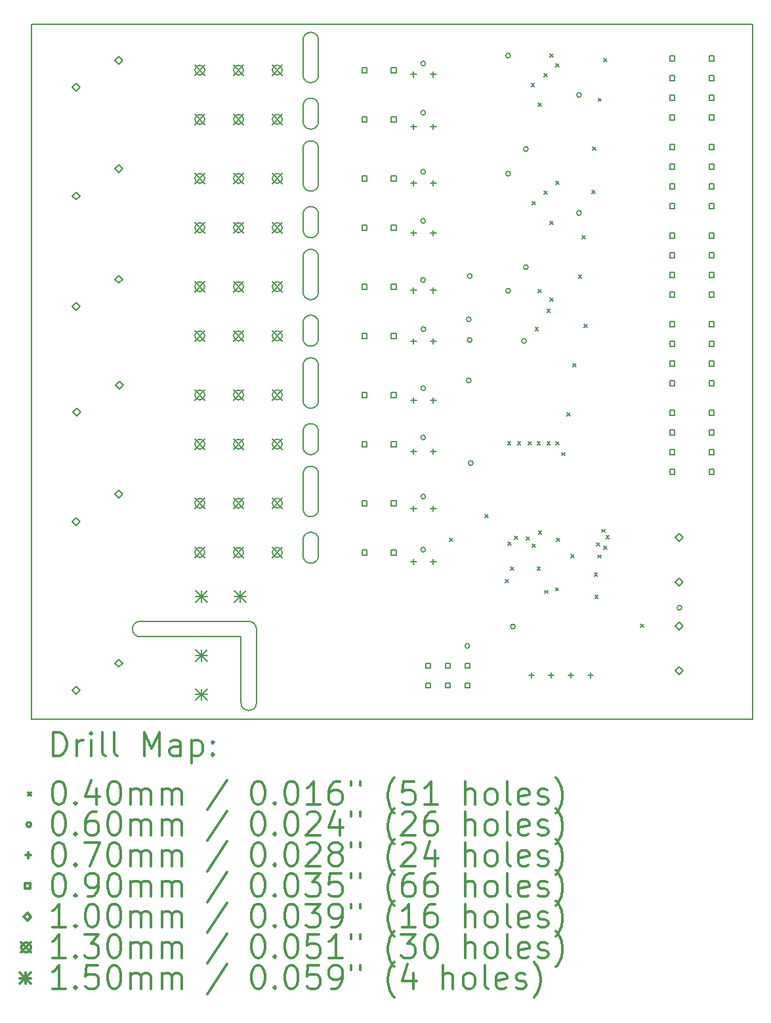
<source format=gbr>
%FSLAX45Y45*%
G04 Gerber Fmt 4.5, Leading zero omitted, Abs format (unit mm)*
G04 Created by KiCad (PCBNEW 5.0.0-fee4fd1~66~ubuntu16.04.1) date Wed Sep 19 21:28:37 2018*
%MOMM*%
%LPD*%
G01*
G04 APERTURE LIST*
%ADD10C,0.150000*%
%ADD11C,0.200000*%
%ADD12C,0.300000*%
G04 APERTURE END LIST*
D10*
X13700000Y-11650000D02*
G75*
G03X13500000Y-11650000I-100000J0D01*
G01*
X13700000Y-11650000D02*
X13700000Y-11850000D01*
X13500000Y-11850000D02*
G75*
G03X13700000Y-11850000I100000J0D01*
G01*
X13500000Y-11650000D02*
X13500000Y-11850000D01*
X13700000Y-10250000D02*
G75*
G03X13500000Y-10250000I-100000J0D01*
G01*
X13500000Y-10450000D02*
G75*
G03X13700000Y-10450000I100000J0D01*
G01*
X13500000Y-10250000D02*
X13500000Y-10450000D01*
X13700000Y-10800000D02*
G75*
G03X13500000Y-10800000I-100000J0D01*
G01*
X13500000Y-10800000D02*
X13500000Y-11250000D01*
X13500000Y-11250000D02*
G75*
G03X13700000Y-11250000I100000J0D01*
G01*
X13700000Y-10800000D02*
X13700000Y-11250000D01*
X13700000Y-10250000D02*
X13700000Y-10450000D01*
X13700000Y-8850000D02*
G75*
G03X13500000Y-8850000I-100000J0D01*
G01*
X13500000Y-9050000D02*
G75*
G03X13700000Y-9050000I100000J0D01*
G01*
X13500000Y-8850000D02*
X13500000Y-9050000D01*
X13700000Y-9400000D02*
G75*
G03X13500000Y-9400000I-100000J0D01*
G01*
X13500000Y-9400000D02*
X13500000Y-9850000D01*
X13500000Y-9850000D02*
G75*
G03X13700000Y-9850000I100000J0D01*
G01*
X13700000Y-9400000D02*
X13700000Y-9850000D01*
X13700000Y-8850000D02*
X13700000Y-9050000D01*
X12900000Y-12800000D02*
G75*
G03X12800000Y-12700000I-100000J0D01*
G01*
X12700000Y-13750000D02*
G75*
G03X12900000Y-13750000I100000J0D01*
G01*
X11400000Y-12700000D02*
G75*
G03X11400000Y-12900000I0J-100000D01*
G01*
X13700000Y-7450000D02*
G75*
G03X13500000Y-7450000I-100000J0D01*
G01*
X13700000Y-7450000D02*
X13700000Y-7650000D01*
X13700000Y-8000000D02*
G75*
G03X13500000Y-8000000I-100000J0D01*
G01*
X13700000Y-8000000D02*
X13700000Y-8450000D01*
X13500000Y-7650000D02*
G75*
G03X13700000Y-7650000I100000J0D01*
G01*
X13500000Y-7450000D02*
X13500000Y-7650000D01*
X13500000Y-8000000D02*
X13500000Y-8450000D01*
X13500000Y-8450000D02*
G75*
G03X13700000Y-8450000I100000J0D01*
G01*
X13700000Y-6050000D02*
G75*
G03X13500000Y-6050000I-100000J0D01*
G01*
X13500000Y-6250000D02*
G75*
G03X13700000Y-6250000I100000J0D01*
G01*
X13700000Y-6050000D02*
X13700000Y-6250000D01*
X13500000Y-6050000D02*
X13500000Y-6250000D01*
X13700000Y-6600000D02*
X13700000Y-7050000D01*
X13500000Y-6600000D02*
X13500000Y-7050000D01*
X13500000Y-7050000D02*
G75*
G03X13700000Y-7050000I100000J0D01*
G01*
X13700000Y-6600000D02*
G75*
G03X13500000Y-6600000I-100000J0D01*
G01*
X13700000Y-5200000D02*
X13700000Y-5650000D01*
X13500000Y-5200000D02*
X13500000Y-5650000D01*
X13500000Y-5650000D02*
G75*
G03X13700000Y-5650000I100000J0D01*
G01*
X13700000Y-5200000D02*
G75*
G03X13500000Y-5200000I-100000J0D01*
G01*
X12800000Y-12700000D02*
X11400000Y-12700000D01*
X12900000Y-13750000D02*
X12900000Y-12800000D01*
X12700000Y-12900000D02*
X12700000Y-13750000D01*
X11400000Y-12900000D02*
X12700000Y-12900000D01*
X10000000Y-13960000D02*
X10000000Y-5000000D01*
X19300000Y-13960000D02*
X10000000Y-13960000D01*
X19300000Y-5000000D02*
X19300000Y-13960000D01*
X10000000Y-5000000D02*
X19300000Y-5000000D01*
D11*
X15390200Y-11628600D02*
X15430200Y-11668600D01*
X15430200Y-11628600D02*
X15390200Y-11668600D01*
X15847400Y-11323800D02*
X15887400Y-11363800D01*
X15887400Y-11323800D02*
X15847400Y-11363800D01*
X16107907Y-12158486D02*
X16147907Y-12198486D01*
X16147907Y-12158486D02*
X16107907Y-12198486D01*
X16139500Y-10384000D02*
X16179500Y-10424000D01*
X16179500Y-10384000D02*
X16139500Y-10424000D01*
X16145788Y-11679817D02*
X16185788Y-11719817D01*
X16185788Y-11679817D02*
X16145788Y-11719817D01*
X16178094Y-12000339D02*
X16218094Y-12040339D01*
X16218094Y-12000339D02*
X16178094Y-12040339D01*
X16230294Y-11599689D02*
X16270294Y-11639689D01*
X16270294Y-11599689D02*
X16230294Y-11639689D01*
X16266500Y-10384000D02*
X16306500Y-10424000D01*
X16306500Y-10384000D02*
X16266500Y-10424000D01*
X16380295Y-11610517D02*
X16420295Y-11650517D01*
X16420295Y-11610517D02*
X16380295Y-11650517D01*
X16406200Y-10384000D02*
X16446200Y-10424000D01*
X16446200Y-10384000D02*
X16406200Y-10424000D01*
X16444300Y-5761200D02*
X16484300Y-5801200D01*
X16484300Y-5761200D02*
X16444300Y-5801200D01*
X16457000Y-7285200D02*
X16497000Y-7325200D01*
X16497000Y-7285200D02*
X16457000Y-7325200D01*
X16457547Y-11703120D02*
X16497547Y-11743120D01*
X16497547Y-11703120D02*
X16457547Y-11743120D01*
X16496299Y-8910800D02*
X16536299Y-8950800D01*
X16536299Y-8910800D02*
X16496299Y-8950800D01*
X16520500Y-10384000D02*
X16560500Y-10424000D01*
X16560500Y-10384000D02*
X16520500Y-10424000D01*
X16520500Y-11996900D02*
X16560500Y-12036900D01*
X16560500Y-11996900D02*
X16520500Y-12036900D01*
X16533200Y-8415500D02*
X16573200Y-8455500D01*
X16573200Y-8415500D02*
X16533200Y-8455500D01*
X16533200Y-6015200D02*
X16573200Y-6055200D01*
X16573200Y-6015200D02*
X16533200Y-6055200D01*
X16539027Y-11534679D02*
X16579027Y-11574679D01*
X16579027Y-11534679D02*
X16539027Y-11574679D01*
X16611799Y-5634200D02*
X16651799Y-5674200D01*
X16651799Y-5634200D02*
X16611799Y-5674200D01*
X16611799Y-7145500D02*
X16651799Y-7185500D01*
X16651799Y-7145500D02*
X16611799Y-7185500D01*
X16618234Y-12301500D02*
X16658234Y-12341500D01*
X16658234Y-12301500D02*
X16618234Y-12341500D01*
X16647500Y-10384000D02*
X16687500Y-10424000D01*
X16687500Y-10384000D02*
X16647500Y-10424000D01*
X16648699Y-8669500D02*
X16688699Y-8709500D01*
X16688699Y-8669500D02*
X16648699Y-8709500D01*
X16685599Y-8529800D02*
X16725599Y-8569800D01*
X16725599Y-8529800D02*
X16685599Y-8569800D01*
X16685600Y-5380200D02*
X16725600Y-5420200D01*
X16725600Y-5380200D02*
X16685600Y-5420200D01*
X16686800Y-7539200D02*
X16726800Y-7579200D01*
X16726800Y-7539200D02*
X16686800Y-7579200D01*
X16759625Y-12266176D02*
X16799625Y-12306176D01*
X16799625Y-12266176D02*
X16759625Y-12306176D01*
X16761800Y-5507200D02*
X16801800Y-5547200D01*
X16801800Y-5507200D02*
X16761800Y-5547200D01*
X16761800Y-7018500D02*
X16801800Y-7058500D01*
X16801800Y-7018500D02*
X16761800Y-7058500D01*
X16761800Y-10384000D02*
X16801800Y-10424000D01*
X16801800Y-10384000D02*
X16761800Y-10424000D01*
X16769400Y-11625900D02*
X16809400Y-11665900D01*
X16809400Y-11625900D02*
X16769400Y-11665900D01*
X16836801Y-10522444D02*
X16876801Y-10562444D01*
X16876801Y-10522444D02*
X16836801Y-10562444D01*
X16904998Y-10013000D02*
X16944998Y-10053000D01*
X16944998Y-10013000D02*
X16904998Y-10053000D01*
X16954721Y-11840789D02*
X16994721Y-11880789D01*
X16994721Y-11840789D02*
X16954721Y-11880789D01*
X16979999Y-9378000D02*
X17019999Y-9418000D01*
X17019999Y-9378000D02*
X16979999Y-9418000D01*
X17055000Y-8235000D02*
X17095000Y-8275000D01*
X17095000Y-8235000D02*
X17055000Y-8275000D01*
X17098996Y-7727000D02*
X17138996Y-7767000D01*
X17138996Y-7727000D02*
X17098996Y-7767000D01*
X17130001Y-8869481D02*
X17170001Y-8909481D01*
X17170001Y-8869481D02*
X17130001Y-8909481D01*
X17230501Y-7142087D02*
X17270501Y-7182087D01*
X17270501Y-7142087D02*
X17230501Y-7182087D01*
X17238998Y-6584000D02*
X17278998Y-6624000D01*
X17278998Y-6584000D02*
X17238998Y-6624000D01*
X17257100Y-12073100D02*
X17297100Y-12113100D01*
X17297100Y-12073100D02*
X17257100Y-12113100D01*
X17266852Y-12363130D02*
X17306852Y-12403130D01*
X17306852Y-12363130D02*
X17266852Y-12403130D01*
X17289457Y-11687524D02*
X17329457Y-11727524D01*
X17329457Y-11687524D02*
X17289457Y-11727524D01*
X17303819Y-11844113D02*
X17343819Y-11884113D01*
X17343819Y-11844113D02*
X17303819Y-11884113D01*
X17308999Y-5951220D02*
X17348999Y-5991220D01*
X17348999Y-5951220D02*
X17308999Y-5991220D01*
X17354347Y-11512975D02*
X17394347Y-11552975D01*
X17394347Y-11512975D02*
X17354347Y-11552975D01*
X17379000Y-5441000D02*
X17419000Y-5481000D01*
X17419000Y-5441000D02*
X17379000Y-5481000D01*
X17379000Y-11727500D02*
X17419000Y-11767500D01*
X17419000Y-11727500D02*
X17379000Y-11767500D01*
X17409500Y-11590500D02*
X17449500Y-11630500D01*
X17449500Y-11590500D02*
X17409500Y-11630500D01*
X17854000Y-12733500D02*
X17894000Y-12773500D01*
X17894000Y-12733500D02*
X17854000Y-12773500D01*
X15078250Y-8295800D02*
G75*
G03X15078250Y-8295800I-30000J0D01*
G01*
X15079500Y-5501800D02*
G75*
G03X15079500Y-5501800I-30000J0D01*
G01*
X15079500Y-6136800D02*
G75*
G03X15079500Y-6136800I-30000J0D01*
G01*
X15079500Y-6898800D02*
G75*
G03X15079500Y-6898800I-30000J0D01*
G01*
X15079500Y-7533800D02*
G75*
G03X15079500Y-7533800I-30000J0D01*
G01*
X15079500Y-9692800D02*
G75*
G03X15079500Y-9692800I-30000J0D01*
G01*
X15079500Y-10327800D02*
G75*
G03X15079500Y-10327800I-30000J0D01*
G01*
X15079500Y-11089800D02*
G75*
G03X15079500Y-11089800I-30000J0D01*
G01*
X15079500Y-11775600D02*
G75*
G03X15079500Y-11775600I-30000J0D01*
G01*
X15084600Y-8930800D02*
G75*
G03X15084600Y-8930800I-30000J0D01*
G01*
X15651000Y-13017500D02*
G75*
G03X15651000Y-13017500I-30000J0D01*
G01*
X15668800Y-8803800D02*
G75*
G03X15668800Y-8803800I-30000J0D01*
G01*
X15668800Y-9591200D02*
G75*
G03X15668800Y-9591200I-30000J0D01*
G01*
X15681500Y-8245000D02*
G75*
G03X15681500Y-8245000I-30000J0D01*
G01*
X15681500Y-9070500D02*
G75*
G03X15681500Y-9070500I-30000J0D01*
G01*
X15694200Y-10658000D02*
G75*
G03X15694200Y-10658000I-30000J0D01*
G01*
X16176800Y-5400200D02*
G75*
G03X16176800Y-5400200I-30000J0D01*
G01*
X16176800Y-6924200D02*
G75*
G03X16176800Y-6924200I-30000J0D01*
G01*
X16176800Y-8435500D02*
G75*
G03X16176800Y-8435500I-30000J0D01*
G01*
X16237422Y-12767592D02*
G75*
G03X16237422Y-12767592I-30000J0D01*
G01*
X16381298Y-9083200D02*
G75*
G03X16381298Y-9083200I-30000J0D01*
G01*
X16405400Y-8130700D02*
G75*
G03X16405400Y-8130700I-30000J0D01*
G01*
X16405400Y-6606700D02*
G75*
G03X16405400Y-6606700I-30000J0D01*
G01*
X17091200Y-5908200D02*
G75*
G03X17091200Y-5908200I-30000J0D01*
G01*
X17091200Y-7432200D02*
G75*
G03X17091200Y-7432200I-30000J0D01*
G01*
X18386600Y-12524900D02*
G75*
G03X18386600Y-12524900I-30000J0D01*
G01*
X14927600Y-11893000D02*
X14927600Y-11963000D01*
X14892600Y-11928000D02*
X14962600Y-11928000D01*
X15181600Y-11893000D02*
X15181600Y-11963000D01*
X15146600Y-11928000D02*
X15216600Y-11928000D01*
X14927600Y-5609000D02*
X14927600Y-5679000D01*
X14892600Y-5644000D02*
X14962600Y-5644000D01*
X15181600Y-5609000D02*
X15181600Y-5679000D01*
X15146600Y-5644000D02*
X15216600Y-5644000D01*
X14927600Y-9810200D02*
X14927600Y-9880200D01*
X14892600Y-9845200D02*
X14962600Y-9845200D01*
X15181600Y-9810200D02*
X15181600Y-9880200D01*
X15146600Y-9845200D02*
X15216600Y-9845200D01*
X14927600Y-10470600D02*
X14927600Y-10540600D01*
X14892600Y-10505600D02*
X14962600Y-10505600D01*
X15181600Y-10470600D02*
X15181600Y-10540600D01*
X15146600Y-10505600D02*
X15216600Y-10505600D01*
X14927600Y-8394150D02*
X14927600Y-8464150D01*
X14892600Y-8429150D02*
X14962600Y-8429150D01*
X15181600Y-8394150D02*
X15181600Y-8464150D01*
X15146600Y-8429150D02*
X15216600Y-8429150D01*
X14927600Y-11207200D02*
X14927600Y-11277200D01*
X14892600Y-11242200D02*
X14962600Y-11242200D01*
X15181600Y-11207200D02*
X15181600Y-11277200D01*
X15146600Y-11242200D02*
X15216600Y-11242200D01*
X14927600Y-7651200D02*
X14927600Y-7721200D01*
X14892600Y-7686200D02*
X14962600Y-7686200D01*
X15181600Y-7651200D02*
X15181600Y-7721200D01*
X15146600Y-7686200D02*
X15216600Y-7686200D01*
X16446500Y-13363500D02*
X16446500Y-13433500D01*
X16411500Y-13398500D02*
X16481500Y-13398500D01*
X16700500Y-13363500D02*
X16700500Y-13433500D01*
X16665500Y-13398500D02*
X16735500Y-13398500D01*
X16954500Y-13363500D02*
X16954500Y-13433500D01*
X16919500Y-13398500D02*
X16989500Y-13398500D01*
X17208500Y-13363500D02*
X17208500Y-13433500D01*
X17173500Y-13398500D02*
X17243500Y-13398500D01*
X14927600Y-9048200D02*
X14927600Y-9118200D01*
X14892600Y-9083200D02*
X14962600Y-9083200D01*
X15181600Y-9048200D02*
X15181600Y-9118200D01*
X15146600Y-9083200D02*
X15216600Y-9083200D01*
X14927600Y-7009000D02*
X14927600Y-7079000D01*
X14892600Y-7044000D02*
X14962600Y-7044000D01*
X15181600Y-7009000D02*
X15181600Y-7079000D01*
X15146600Y-7044000D02*
X15216600Y-7044000D01*
X14927600Y-6279600D02*
X14927600Y-6349600D01*
X14892600Y-6314600D02*
X14962600Y-6314600D01*
X15181600Y-6279600D02*
X15181600Y-6349600D01*
X15146600Y-6314600D02*
X15216600Y-6314600D01*
X18294420Y-8896420D02*
X18294420Y-8832780D01*
X18230780Y-8832780D01*
X18230780Y-8896420D01*
X18294420Y-8896420D01*
X18294420Y-9150420D02*
X18294420Y-9086780D01*
X18230780Y-9086780D01*
X18230780Y-9150420D01*
X18294420Y-9150420D01*
X18294420Y-9404420D02*
X18294420Y-9340780D01*
X18230780Y-9340780D01*
X18230780Y-9404420D01*
X18294420Y-9404420D01*
X18294420Y-9658420D02*
X18294420Y-9594780D01*
X18230780Y-9594780D01*
X18230780Y-9658420D01*
X18294420Y-9658420D01*
X18802420Y-8896420D02*
X18802420Y-8832780D01*
X18738780Y-8832780D01*
X18738780Y-8896420D01*
X18802420Y-8896420D01*
X18802420Y-9150420D02*
X18802420Y-9086780D01*
X18738780Y-9086780D01*
X18738780Y-9150420D01*
X18802420Y-9150420D01*
X18802420Y-9404420D02*
X18802420Y-9340780D01*
X18738780Y-9340780D01*
X18738780Y-9404420D01*
X18802420Y-9404420D01*
X18802420Y-9658420D02*
X18802420Y-9594780D01*
X18738780Y-9594780D01*
X18738780Y-9658420D01*
X18802420Y-9658420D01*
X14325320Y-5619820D02*
X14325320Y-5556180D01*
X14261680Y-5556180D01*
X14261680Y-5619820D01*
X14325320Y-5619820D01*
X14700320Y-5619820D02*
X14700320Y-5556180D01*
X14636680Y-5556180D01*
X14636680Y-5619820D01*
X14700320Y-5619820D01*
X14325320Y-8413820D02*
X14325320Y-8350180D01*
X14261680Y-8350180D01*
X14261680Y-8413820D01*
X14325320Y-8413820D01*
X14700320Y-8413820D02*
X14700320Y-8350180D01*
X14636680Y-8350180D01*
X14636680Y-8413820D01*
X14700320Y-8413820D01*
X14325320Y-11207820D02*
X14325320Y-11144180D01*
X14261680Y-11144180D01*
X14261680Y-11207820D01*
X14325320Y-11207820D01*
X14700320Y-11207820D02*
X14700320Y-11144180D01*
X14636680Y-11144180D01*
X14636680Y-11207820D01*
X14700320Y-11207820D01*
X18294420Y-10039420D02*
X18294420Y-9975780D01*
X18230780Y-9975780D01*
X18230780Y-10039420D01*
X18294420Y-10039420D01*
X18294420Y-10293420D02*
X18294420Y-10229780D01*
X18230780Y-10229780D01*
X18230780Y-10293420D01*
X18294420Y-10293420D01*
X18294420Y-10547420D02*
X18294420Y-10483780D01*
X18230780Y-10483780D01*
X18230780Y-10547420D01*
X18294420Y-10547420D01*
X18294420Y-10801420D02*
X18294420Y-10737780D01*
X18230780Y-10737780D01*
X18230780Y-10801420D01*
X18294420Y-10801420D01*
X18802420Y-10039420D02*
X18802420Y-9975780D01*
X18738780Y-9975780D01*
X18738780Y-10039420D01*
X18802420Y-10039420D01*
X18802420Y-10293420D02*
X18802420Y-10229780D01*
X18738780Y-10229780D01*
X18738780Y-10293420D01*
X18802420Y-10293420D01*
X18802420Y-10547420D02*
X18802420Y-10483780D01*
X18738780Y-10483780D01*
X18738780Y-10547420D01*
X18802420Y-10547420D01*
X18802420Y-10801420D02*
X18802420Y-10737780D01*
X18738780Y-10737780D01*
X18738780Y-10801420D01*
X18802420Y-10801420D01*
X18294420Y-6610420D02*
X18294420Y-6546780D01*
X18230780Y-6546780D01*
X18230780Y-6610420D01*
X18294420Y-6610420D01*
X18294420Y-6864420D02*
X18294420Y-6800780D01*
X18230780Y-6800780D01*
X18230780Y-6864420D01*
X18294420Y-6864420D01*
X18294420Y-7118420D02*
X18294420Y-7054780D01*
X18230780Y-7054780D01*
X18230780Y-7118420D01*
X18294420Y-7118420D01*
X18294420Y-7372420D02*
X18294420Y-7308780D01*
X18230780Y-7308780D01*
X18230780Y-7372420D01*
X18294420Y-7372420D01*
X18802420Y-6610420D02*
X18802420Y-6546780D01*
X18738780Y-6546780D01*
X18738780Y-6610420D01*
X18802420Y-6610420D01*
X18802420Y-6864420D02*
X18802420Y-6800780D01*
X18738780Y-6800780D01*
X18738780Y-6864420D01*
X18802420Y-6864420D01*
X18802420Y-7118420D02*
X18802420Y-7054780D01*
X18738780Y-7054780D01*
X18738780Y-7118420D01*
X18802420Y-7118420D01*
X18802420Y-7372420D02*
X18802420Y-7308780D01*
X18738780Y-7308780D01*
X18738780Y-7372420D01*
X18802420Y-7372420D01*
X14325320Y-11842820D02*
X14325320Y-11779180D01*
X14261680Y-11779180D01*
X14261680Y-11842820D01*
X14325320Y-11842820D01*
X14700320Y-11842820D02*
X14700320Y-11779180D01*
X14636680Y-11779180D01*
X14636680Y-11842820D01*
X14700320Y-11842820D01*
X18294420Y-7753420D02*
X18294420Y-7689780D01*
X18230780Y-7689780D01*
X18230780Y-7753420D01*
X18294420Y-7753420D01*
X18294420Y-8007420D02*
X18294420Y-7943780D01*
X18230780Y-7943780D01*
X18230780Y-8007420D01*
X18294420Y-8007420D01*
X18294420Y-8261420D02*
X18294420Y-8197780D01*
X18230780Y-8197780D01*
X18230780Y-8261420D01*
X18294420Y-8261420D01*
X18294420Y-8515420D02*
X18294420Y-8451780D01*
X18230780Y-8451780D01*
X18230780Y-8515420D01*
X18294420Y-8515420D01*
X18802420Y-7753420D02*
X18802420Y-7689780D01*
X18738780Y-7689780D01*
X18738780Y-7753420D01*
X18802420Y-7753420D01*
X18802420Y-8007420D02*
X18802420Y-7943780D01*
X18738780Y-7943780D01*
X18738780Y-8007420D01*
X18802420Y-8007420D01*
X18802420Y-8261420D02*
X18802420Y-8197780D01*
X18738780Y-8197780D01*
X18738780Y-8261420D01*
X18802420Y-8261420D01*
X18802420Y-8515420D02*
X18802420Y-8451780D01*
X18738780Y-8451780D01*
X18738780Y-8515420D01*
X18802420Y-8515420D01*
X15144820Y-13303320D02*
X15144820Y-13239680D01*
X15081180Y-13239680D01*
X15081180Y-13303320D01*
X15144820Y-13303320D01*
X15144820Y-13557320D02*
X15144820Y-13493680D01*
X15081180Y-13493680D01*
X15081180Y-13557320D01*
X15144820Y-13557320D01*
X15398820Y-13303320D02*
X15398820Y-13239680D01*
X15335180Y-13239680D01*
X15335180Y-13303320D01*
X15398820Y-13303320D01*
X15398820Y-13557320D02*
X15398820Y-13493680D01*
X15335180Y-13493680D01*
X15335180Y-13557320D01*
X15398820Y-13557320D01*
X15652820Y-13303320D02*
X15652820Y-13239680D01*
X15589180Y-13239680D01*
X15589180Y-13303320D01*
X15652820Y-13303320D01*
X15652820Y-13557320D02*
X15652820Y-13493680D01*
X15589180Y-13493680D01*
X15589180Y-13557320D01*
X15652820Y-13557320D01*
X14325320Y-7651820D02*
X14325320Y-7588180D01*
X14261680Y-7588180D01*
X14261680Y-7651820D01*
X14325320Y-7651820D01*
X14700320Y-7651820D02*
X14700320Y-7588180D01*
X14636680Y-7588180D01*
X14636680Y-7651820D01*
X14700320Y-7651820D01*
X14325320Y-10445820D02*
X14325320Y-10382180D01*
X14261680Y-10382180D01*
X14261680Y-10445820D01*
X14325320Y-10445820D01*
X14700320Y-10445820D02*
X14700320Y-10382180D01*
X14636680Y-10382180D01*
X14636680Y-10445820D01*
X14700320Y-10445820D01*
X18294420Y-5467420D02*
X18294420Y-5403780D01*
X18230780Y-5403780D01*
X18230780Y-5467420D01*
X18294420Y-5467420D01*
X18294420Y-5721420D02*
X18294420Y-5657780D01*
X18230780Y-5657780D01*
X18230780Y-5721420D01*
X18294420Y-5721420D01*
X18294420Y-5975420D02*
X18294420Y-5911780D01*
X18230780Y-5911780D01*
X18230780Y-5975420D01*
X18294420Y-5975420D01*
X18294420Y-6229420D02*
X18294420Y-6165780D01*
X18230780Y-6165780D01*
X18230780Y-6229420D01*
X18294420Y-6229420D01*
X18802420Y-5467420D02*
X18802420Y-5403780D01*
X18738780Y-5403780D01*
X18738780Y-5467420D01*
X18802420Y-5467420D01*
X18802420Y-5721420D02*
X18802420Y-5657780D01*
X18738780Y-5657780D01*
X18738780Y-5721420D01*
X18802420Y-5721420D01*
X18802420Y-5975420D02*
X18802420Y-5911780D01*
X18738780Y-5911780D01*
X18738780Y-5975420D01*
X18802420Y-5975420D01*
X18802420Y-6229420D02*
X18802420Y-6165780D01*
X18738780Y-6165780D01*
X18738780Y-6229420D01*
X18802420Y-6229420D01*
X14325320Y-9048820D02*
X14325320Y-8985180D01*
X14261680Y-8985180D01*
X14261680Y-9048820D01*
X14325320Y-9048820D01*
X14700320Y-9048820D02*
X14700320Y-8985180D01*
X14636680Y-8985180D01*
X14636680Y-9048820D01*
X14700320Y-9048820D01*
X14325320Y-7016820D02*
X14325320Y-6953180D01*
X14261680Y-6953180D01*
X14261680Y-7016820D01*
X14325320Y-7016820D01*
X14700320Y-7016820D02*
X14700320Y-6953180D01*
X14636680Y-6953180D01*
X14636680Y-7016820D01*
X14700320Y-7016820D01*
X14325320Y-9810820D02*
X14325320Y-9747180D01*
X14261680Y-9747180D01*
X14261680Y-9810820D01*
X14325320Y-9810820D01*
X14700320Y-9810820D02*
X14700320Y-9747180D01*
X14636680Y-9747180D01*
X14636680Y-9810820D01*
X14700320Y-9810820D01*
X14325320Y-6254820D02*
X14325320Y-6191180D01*
X14261680Y-6191180D01*
X14261680Y-6254820D01*
X14325320Y-6254820D01*
X14700320Y-6254820D02*
X14700320Y-6191180D01*
X14636680Y-6191180D01*
X14636680Y-6254820D01*
X14700320Y-6254820D01*
X18351500Y-13385000D02*
X18401500Y-13335000D01*
X18351500Y-13285000D01*
X18301500Y-13335000D01*
X18351500Y-13385000D01*
X10571000Y-5861000D02*
X10621000Y-5811000D01*
X10571000Y-5761000D01*
X10521000Y-5811000D01*
X10571000Y-5861000D01*
X11121000Y-5511000D02*
X11171000Y-5461000D01*
X11121000Y-5411000D01*
X11071000Y-5461000D01*
X11121000Y-5511000D01*
X10571000Y-13639000D02*
X10621000Y-13589000D01*
X10571000Y-13539000D01*
X10521000Y-13589000D01*
X10571000Y-13639000D01*
X11121000Y-13289000D02*
X11171000Y-13239000D01*
X11121000Y-13189000D01*
X11071000Y-13239000D01*
X11121000Y-13289000D01*
X18351500Y-12242000D02*
X18401500Y-12192000D01*
X18351500Y-12142000D01*
X18301500Y-12192000D01*
X18351500Y-12242000D01*
X10571000Y-11461000D02*
X10621000Y-11411000D01*
X10571000Y-11361000D01*
X10521000Y-11411000D01*
X10571000Y-11461000D01*
X11121000Y-11111000D02*
X11171000Y-11061000D01*
X11121000Y-11011000D01*
X11071000Y-11061000D01*
X11121000Y-11111000D01*
X18351500Y-11670500D02*
X18401500Y-11620500D01*
X18351500Y-11570500D01*
X18301500Y-11620500D01*
X18351500Y-11670500D01*
X18351500Y-12813500D02*
X18401500Y-12763500D01*
X18351500Y-12713500D01*
X18301500Y-12763500D01*
X18351500Y-12813500D01*
X10571000Y-7261000D02*
X10621000Y-7211000D01*
X10571000Y-7161000D01*
X10521000Y-7211000D01*
X10571000Y-7261000D01*
X11121000Y-6911000D02*
X11171000Y-6861000D01*
X11121000Y-6811000D01*
X11071000Y-6861000D01*
X11121000Y-6911000D01*
X10581000Y-10052000D02*
X10631000Y-10002000D01*
X10581000Y-9952000D01*
X10531000Y-10002000D01*
X10581000Y-10052000D01*
X11131000Y-9702000D02*
X11181000Y-9652000D01*
X11131000Y-9602000D01*
X11081000Y-9652000D01*
X11131000Y-9702000D01*
X10571000Y-8686000D02*
X10621000Y-8636000D01*
X10571000Y-8586000D01*
X10521000Y-8636000D01*
X10571000Y-8686000D01*
X11121000Y-8336000D02*
X11171000Y-8286000D01*
X11121000Y-8236000D01*
X11071000Y-8286000D01*
X11121000Y-8336000D01*
X12103500Y-9714000D02*
X12233500Y-9844000D01*
X12233500Y-9714000D02*
X12103500Y-9844000D01*
X12233500Y-9779000D02*
G75*
G03X12233500Y-9779000I-65000J0D01*
G01*
X12603500Y-9714000D02*
X12733500Y-9844000D01*
X12733500Y-9714000D02*
X12603500Y-9844000D01*
X12733500Y-9779000D02*
G75*
G03X12733500Y-9779000I-65000J0D01*
G01*
X13103500Y-9714000D02*
X13233500Y-9844000D01*
X13233500Y-9714000D02*
X13103500Y-9844000D01*
X13233500Y-9779000D02*
G75*
G03X13233500Y-9779000I-65000J0D01*
G01*
X12103500Y-6158000D02*
X12233500Y-6288000D01*
X12233500Y-6158000D02*
X12103500Y-6288000D01*
X12233500Y-6223000D02*
G75*
G03X12233500Y-6223000I-65000J0D01*
G01*
X12603500Y-6158000D02*
X12733500Y-6288000D01*
X12733500Y-6158000D02*
X12603500Y-6288000D01*
X12733500Y-6223000D02*
G75*
G03X12733500Y-6223000I-65000J0D01*
G01*
X13103500Y-6158000D02*
X13233500Y-6288000D01*
X13233500Y-6158000D02*
X13103500Y-6288000D01*
X13233500Y-6223000D02*
G75*
G03X13233500Y-6223000I-65000J0D01*
G01*
X12103500Y-5523000D02*
X12233500Y-5653000D01*
X12233500Y-5523000D02*
X12103500Y-5653000D01*
X12233500Y-5588000D02*
G75*
G03X12233500Y-5588000I-65000J0D01*
G01*
X12603500Y-5523000D02*
X12733500Y-5653000D01*
X12733500Y-5523000D02*
X12603500Y-5653000D01*
X12733500Y-5588000D02*
G75*
G03X12733500Y-5588000I-65000J0D01*
G01*
X13103500Y-5523000D02*
X13233500Y-5653000D01*
X13233500Y-5523000D02*
X13103500Y-5653000D01*
X13233500Y-5588000D02*
G75*
G03X13233500Y-5588000I-65000J0D01*
G01*
X12103500Y-8317000D02*
X12233500Y-8447000D01*
X12233500Y-8317000D02*
X12103500Y-8447000D01*
X12233500Y-8382000D02*
G75*
G03X12233500Y-8382000I-65000J0D01*
G01*
X12603500Y-8317000D02*
X12733500Y-8447000D01*
X12733500Y-8317000D02*
X12603500Y-8447000D01*
X12733500Y-8382000D02*
G75*
G03X12733500Y-8382000I-65000J0D01*
G01*
X13103500Y-8317000D02*
X13233500Y-8447000D01*
X13233500Y-8317000D02*
X13103500Y-8447000D01*
X13233500Y-8382000D02*
G75*
G03X13233500Y-8382000I-65000J0D01*
G01*
X12103500Y-11111000D02*
X12233500Y-11241000D01*
X12233500Y-11111000D02*
X12103500Y-11241000D01*
X12233500Y-11176000D02*
G75*
G03X12233500Y-11176000I-65000J0D01*
G01*
X12603500Y-11111000D02*
X12733500Y-11241000D01*
X12733500Y-11111000D02*
X12603500Y-11241000D01*
X12733500Y-11176000D02*
G75*
G03X12733500Y-11176000I-65000J0D01*
G01*
X13103500Y-11111000D02*
X13233500Y-11241000D01*
X13233500Y-11111000D02*
X13103500Y-11241000D01*
X13233500Y-11176000D02*
G75*
G03X13233500Y-11176000I-65000J0D01*
G01*
X12103500Y-11746000D02*
X12233500Y-11876000D01*
X12233500Y-11746000D02*
X12103500Y-11876000D01*
X12233500Y-11811000D02*
G75*
G03X12233500Y-11811000I-65000J0D01*
G01*
X12603500Y-11746000D02*
X12733500Y-11876000D01*
X12733500Y-11746000D02*
X12603500Y-11876000D01*
X12733500Y-11811000D02*
G75*
G03X12733500Y-11811000I-65000J0D01*
G01*
X13103500Y-11746000D02*
X13233500Y-11876000D01*
X13233500Y-11746000D02*
X13103500Y-11876000D01*
X13233500Y-11811000D02*
G75*
G03X13233500Y-11811000I-65000J0D01*
G01*
X12103500Y-7555000D02*
X12233500Y-7685000D01*
X12233500Y-7555000D02*
X12103500Y-7685000D01*
X12233500Y-7620000D02*
G75*
G03X12233500Y-7620000I-65000J0D01*
G01*
X12603500Y-7555000D02*
X12733500Y-7685000D01*
X12733500Y-7555000D02*
X12603500Y-7685000D01*
X12733500Y-7620000D02*
G75*
G03X12733500Y-7620000I-65000J0D01*
G01*
X13103500Y-7555000D02*
X13233500Y-7685000D01*
X13233500Y-7555000D02*
X13103500Y-7685000D01*
X13233500Y-7620000D02*
G75*
G03X13233500Y-7620000I-65000J0D01*
G01*
X12103500Y-10349000D02*
X12233500Y-10479000D01*
X12233500Y-10349000D02*
X12103500Y-10479000D01*
X12233500Y-10414000D02*
G75*
G03X12233500Y-10414000I-65000J0D01*
G01*
X12603500Y-10349000D02*
X12733500Y-10479000D01*
X12733500Y-10349000D02*
X12603500Y-10479000D01*
X12733500Y-10414000D02*
G75*
G03X12733500Y-10414000I-65000J0D01*
G01*
X13103500Y-10349000D02*
X13233500Y-10479000D01*
X13233500Y-10349000D02*
X13103500Y-10479000D01*
X13233500Y-10414000D02*
G75*
G03X13233500Y-10414000I-65000J0D01*
G01*
X12103500Y-8952000D02*
X12233500Y-9082000D01*
X12233500Y-8952000D02*
X12103500Y-9082000D01*
X12233500Y-9017000D02*
G75*
G03X12233500Y-9017000I-65000J0D01*
G01*
X12603500Y-8952000D02*
X12733500Y-9082000D01*
X12733500Y-8952000D02*
X12603500Y-9082000D01*
X12733500Y-9017000D02*
G75*
G03X12733500Y-9017000I-65000J0D01*
G01*
X13103500Y-8952000D02*
X13233500Y-9082000D01*
X13233500Y-8952000D02*
X13103500Y-9082000D01*
X13233500Y-9017000D02*
G75*
G03X13233500Y-9017000I-65000J0D01*
G01*
X12103500Y-6920000D02*
X12233500Y-7050000D01*
X12233500Y-6920000D02*
X12103500Y-7050000D01*
X12233500Y-6985000D02*
G75*
G03X12233500Y-6985000I-65000J0D01*
G01*
X12603500Y-6920000D02*
X12733500Y-7050000D01*
X12733500Y-6920000D02*
X12603500Y-7050000D01*
X12733500Y-6985000D02*
G75*
G03X12733500Y-6985000I-65000J0D01*
G01*
X13103500Y-6920000D02*
X13233500Y-7050000D01*
X13233500Y-6920000D02*
X13103500Y-7050000D01*
X13233500Y-6985000D02*
G75*
G03X13233500Y-6985000I-65000J0D01*
G01*
X12117000Y-13069500D02*
X12267000Y-13219500D01*
X12267000Y-13069500D02*
X12117000Y-13219500D01*
X12192000Y-13069500D02*
X12192000Y-13219500D01*
X12117000Y-13144500D02*
X12267000Y-13144500D01*
X12117000Y-13569372D02*
X12267000Y-13719372D01*
X12267000Y-13569372D02*
X12117000Y-13719372D01*
X12192000Y-13569372D02*
X12192000Y-13719372D01*
X12117000Y-13644372D02*
X12267000Y-13644372D01*
X12117000Y-12307500D02*
X12267000Y-12457500D01*
X12267000Y-12307500D02*
X12117000Y-12457500D01*
X12192000Y-12307500D02*
X12192000Y-12457500D01*
X12117000Y-12382500D02*
X12267000Y-12382500D01*
X12616872Y-12307500D02*
X12766872Y-12457500D01*
X12766872Y-12307500D02*
X12616872Y-12457500D01*
X12691872Y-12307500D02*
X12691872Y-12457500D01*
X12616872Y-12382500D02*
X12766872Y-12382500D01*
D12*
X10278928Y-14433214D02*
X10278928Y-14133214D01*
X10350357Y-14133214D01*
X10393214Y-14147500D01*
X10421786Y-14176071D01*
X10436071Y-14204643D01*
X10450357Y-14261786D01*
X10450357Y-14304643D01*
X10436071Y-14361786D01*
X10421786Y-14390357D01*
X10393214Y-14418929D01*
X10350357Y-14433214D01*
X10278928Y-14433214D01*
X10578928Y-14433214D02*
X10578928Y-14233214D01*
X10578928Y-14290357D02*
X10593214Y-14261786D01*
X10607500Y-14247500D01*
X10636071Y-14233214D01*
X10664643Y-14233214D01*
X10764643Y-14433214D02*
X10764643Y-14233214D01*
X10764643Y-14133214D02*
X10750357Y-14147500D01*
X10764643Y-14161786D01*
X10778928Y-14147500D01*
X10764643Y-14133214D01*
X10764643Y-14161786D01*
X10950357Y-14433214D02*
X10921786Y-14418929D01*
X10907500Y-14390357D01*
X10907500Y-14133214D01*
X11107500Y-14433214D02*
X11078928Y-14418929D01*
X11064643Y-14390357D01*
X11064643Y-14133214D01*
X11450357Y-14433214D02*
X11450357Y-14133214D01*
X11550357Y-14347500D01*
X11650357Y-14133214D01*
X11650357Y-14433214D01*
X11921786Y-14433214D02*
X11921786Y-14276071D01*
X11907500Y-14247500D01*
X11878928Y-14233214D01*
X11821786Y-14233214D01*
X11793214Y-14247500D01*
X11921786Y-14418929D02*
X11893214Y-14433214D01*
X11821786Y-14433214D01*
X11793214Y-14418929D01*
X11778928Y-14390357D01*
X11778928Y-14361786D01*
X11793214Y-14333214D01*
X11821786Y-14318929D01*
X11893214Y-14318929D01*
X11921786Y-14304643D01*
X12064643Y-14233214D02*
X12064643Y-14533214D01*
X12064643Y-14247500D02*
X12093214Y-14233214D01*
X12150357Y-14233214D01*
X12178928Y-14247500D01*
X12193214Y-14261786D01*
X12207500Y-14290357D01*
X12207500Y-14376071D01*
X12193214Y-14404643D01*
X12178928Y-14418929D01*
X12150357Y-14433214D01*
X12093214Y-14433214D01*
X12064643Y-14418929D01*
X12336071Y-14404643D02*
X12350357Y-14418929D01*
X12336071Y-14433214D01*
X12321786Y-14418929D01*
X12336071Y-14404643D01*
X12336071Y-14433214D01*
X12336071Y-14247500D02*
X12350357Y-14261786D01*
X12336071Y-14276071D01*
X12321786Y-14261786D01*
X12336071Y-14247500D01*
X12336071Y-14276071D01*
X9952500Y-14907500D02*
X9992500Y-14947500D01*
X9992500Y-14907500D02*
X9952500Y-14947500D01*
X10336071Y-14763214D02*
X10364643Y-14763214D01*
X10393214Y-14777500D01*
X10407500Y-14791786D01*
X10421786Y-14820357D01*
X10436071Y-14877500D01*
X10436071Y-14948929D01*
X10421786Y-15006071D01*
X10407500Y-15034643D01*
X10393214Y-15048929D01*
X10364643Y-15063214D01*
X10336071Y-15063214D01*
X10307500Y-15048929D01*
X10293214Y-15034643D01*
X10278928Y-15006071D01*
X10264643Y-14948929D01*
X10264643Y-14877500D01*
X10278928Y-14820357D01*
X10293214Y-14791786D01*
X10307500Y-14777500D01*
X10336071Y-14763214D01*
X10564643Y-15034643D02*
X10578928Y-15048929D01*
X10564643Y-15063214D01*
X10550357Y-15048929D01*
X10564643Y-15034643D01*
X10564643Y-15063214D01*
X10836071Y-14863214D02*
X10836071Y-15063214D01*
X10764643Y-14748929D02*
X10693214Y-14963214D01*
X10878928Y-14963214D01*
X11050357Y-14763214D02*
X11078928Y-14763214D01*
X11107500Y-14777500D01*
X11121786Y-14791786D01*
X11136071Y-14820357D01*
X11150357Y-14877500D01*
X11150357Y-14948929D01*
X11136071Y-15006071D01*
X11121786Y-15034643D01*
X11107500Y-15048929D01*
X11078928Y-15063214D01*
X11050357Y-15063214D01*
X11021786Y-15048929D01*
X11007500Y-15034643D01*
X10993214Y-15006071D01*
X10978928Y-14948929D01*
X10978928Y-14877500D01*
X10993214Y-14820357D01*
X11007500Y-14791786D01*
X11021786Y-14777500D01*
X11050357Y-14763214D01*
X11278928Y-15063214D02*
X11278928Y-14863214D01*
X11278928Y-14891786D02*
X11293214Y-14877500D01*
X11321786Y-14863214D01*
X11364643Y-14863214D01*
X11393214Y-14877500D01*
X11407500Y-14906071D01*
X11407500Y-15063214D01*
X11407500Y-14906071D02*
X11421786Y-14877500D01*
X11450357Y-14863214D01*
X11493214Y-14863214D01*
X11521786Y-14877500D01*
X11536071Y-14906071D01*
X11536071Y-15063214D01*
X11678928Y-15063214D02*
X11678928Y-14863214D01*
X11678928Y-14891786D02*
X11693214Y-14877500D01*
X11721786Y-14863214D01*
X11764643Y-14863214D01*
X11793214Y-14877500D01*
X11807500Y-14906071D01*
X11807500Y-15063214D01*
X11807500Y-14906071D02*
X11821786Y-14877500D01*
X11850357Y-14863214D01*
X11893214Y-14863214D01*
X11921786Y-14877500D01*
X11936071Y-14906071D01*
X11936071Y-15063214D01*
X12521786Y-14748929D02*
X12264643Y-15134643D01*
X12907500Y-14763214D02*
X12936071Y-14763214D01*
X12964643Y-14777500D01*
X12978928Y-14791786D01*
X12993214Y-14820357D01*
X13007500Y-14877500D01*
X13007500Y-14948929D01*
X12993214Y-15006071D01*
X12978928Y-15034643D01*
X12964643Y-15048929D01*
X12936071Y-15063214D01*
X12907500Y-15063214D01*
X12878928Y-15048929D01*
X12864643Y-15034643D01*
X12850357Y-15006071D01*
X12836071Y-14948929D01*
X12836071Y-14877500D01*
X12850357Y-14820357D01*
X12864643Y-14791786D01*
X12878928Y-14777500D01*
X12907500Y-14763214D01*
X13136071Y-15034643D02*
X13150357Y-15048929D01*
X13136071Y-15063214D01*
X13121786Y-15048929D01*
X13136071Y-15034643D01*
X13136071Y-15063214D01*
X13336071Y-14763214D02*
X13364643Y-14763214D01*
X13393214Y-14777500D01*
X13407500Y-14791786D01*
X13421786Y-14820357D01*
X13436071Y-14877500D01*
X13436071Y-14948929D01*
X13421786Y-15006071D01*
X13407500Y-15034643D01*
X13393214Y-15048929D01*
X13364643Y-15063214D01*
X13336071Y-15063214D01*
X13307500Y-15048929D01*
X13293214Y-15034643D01*
X13278928Y-15006071D01*
X13264643Y-14948929D01*
X13264643Y-14877500D01*
X13278928Y-14820357D01*
X13293214Y-14791786D01*
X13307500Y-14777500D01*
X13336071Y-14763214D01*
X13721786Y-15063214D02*
X13550357Y-15063214D01*
X13636071Y-15063214D02*
X13636071Y-14763214D01*
X13607500Y-14806071D01*
X13578928Y-14834643D01*
X13550357Y-14848929D01*
X13978928Y-14763214D02*
X13921786Y-14763214D01*
X13893214Y-14777500D01*
X13878928Y-14791786D01*
X13850357Y-14834643D01*
X13836071Y-14891786D01*
X13836071Y-15006071D01*
X13850357Y-15034643D01*
X13864643Y-15048929D01*
X13893214Y-15063214D01*
X13950357Y-15063214D01*
X13978928Y-15048929D01*
X13993214Y-15034643D01*
X14007500Y-15006071D01*
X14007500Y-14934643D01*
X13993214Y-14906071D01*
X13978928Y-14891786D01*
X13950357Y-14877500D01*
X13893214Y-14877500D01*
X13864643Y-14891786D01*
X13850357Y-14906071D01*
X13836071Y-14934643D01*
X14121786Y-14763214D02*
X14121786Y-14820357D01*
X14236071Y-14763214D02*
X14236071Y-14820357D01*
X14678928Y-15177500D02*
X14664643Y-15163214D01*
X14636071Y-15120357D01*
X14621786Y-15091786D01*
X14607500Y-15048929D01*
X14593214Y-14977500D01*
X14593214Y-14920357D01*
X14607500Y-14848929D01*
X14621786Y-14806071D01*
X14636071Y-14777500D01*
X14664643Y-14734643D01*
X14678928Y-14720357D01*
X14936071Y-14763214D02*
X14793214Y-14763214D01*
X14778928Y-14906071D01*
X14793214Y-14891786D01*
X14821786Y-14877500D01*
X14893214Y-14877500D01*
X14921786Y-14891786D01*
X14936071Y-14906071D01*
X14950357Y-14934643D01*
X14950357Y-15006071D01*
X14936071Y-15034643D01*
X14921786Y-15048929D01*
X14893214Y-15063214D01*
X14821786Y-15063214D01*
X14793214Y-15048929D01*
X14778928Y-15034643D01*
X15236071Y-15063214D02*
X15064643Y-15063214D01*
X15150357Y-15063214D02*
X15150357Y-14763214D01*
X15121786Y-14806071D01*
X15093214Y-14834643D01*
X15064643Y-14848929D01*
X15593214Y-15063214D02*
X15593214Y-14763214D01*
X15721786Y-15063214D02*
X15721786Y-14906071D01*
X15707500Y-14877500D01*
X15678928Y-14863214D01*
X15636071Y-14863214D01*
X15607500Y-14877500D01*
X15593214Y-14891786D01*
X15907500Y-15063214D02*
X15878928Y-15048929D01*
X15864643Y-15034643D01*
X15850357Y-15006071D01*
X15850357Y-14920357D01*
X15864643Y-14891786D01*
X15878928Y-14877500D01*
X15907500Y-14863214D01*
X15950357Y-14863214D01*
X15978928Y-14877500D01*
X15993214Y-14891786D01*
X16007500Y-14920357D01*
X16007500Y-15006071D01*
X15993214Y-15034643D01*
X15978928Y-15048929D01*
X15950357Y-15063214D01*
X15907500Y-15063214D01*
X16178928Y-15063214D02*
X16150357Y-15048929D01*
X16136071Y-15020357D01*
X16136071Y-14763214D01*
X16407500Y-15048929D02*
X16378928Y-15063214D01*
X16321786Y-15063214D01*
X16293214Y-15048929D01*
X16278928Y-15020357D01*
X16278928Y-14906071D01*
X16293214Y-14877500D01*
X16321786Y-14863214D01*
X16378928Y-14863214D01*
X16407500Y-14877500D01*
X16421786Y-14906071D01*
X16421786Y-14934643D01*
X16278928Y-14963214D01*
X16536071Y-15048929D02*
X16564643Y-15063214D01*
X16621786Y-15063214D01*
X16650357Y-15048929D01*
X16664643Y-15020357D01*
X16664643Y-15006071D01*
X16650357Y-14977500D01*
X16621786Y-14963214D01*
X16578928Y-14963214D01*
X16550357Y-14948929D01*
X16536071Y-14920357D01*
X16536071Y-14906071D01*
X16550357Y-14877500D01*
X16578928Y-14863214D01*
X16621786Y-14863214D01*
X16650357Y-14877500D01*
X16764643Y-15177500D02*
X16778928Y-15163214D01*
X16807500Y-15120357D01*
X16821786Y-15091786D01*
X16836071Y-15048929D01*
X16850357Y-14977500D01*
X16850357Y-14920357D01*
X16836071Y-14848929D01*
X16821786Y-14806071D01*
X16807500Y-14777500D01*
X16778928Y-14734643D01*
X16764643Y-14720357D01*
X9992500Y-15323500D02*
G75*
G03X9992500Y-15323500I-30000J0D01*
G01*
X10336071Y-15159214D02*
X10364643Y-15159214D01*
X10393214Y-15173500D01*
X10407500Y-15187786D01*
X10421786Y-15216357D01*
X10436071Y-15273500D01*
X10436071Y-15344929D01*
X10421786Y-15402071D01*
X10407500Y-15430643D01*
X10393214Y-15444929D01*
X10364643Y-15459214D01*
X10336071Y-15459214D01*
X10307500Y-15444929D01*
X10293214Y-15430643D01*
X10278928Y-15402071D01*
X10264643Y-15344929D01*
X10264643Y-15273500D01*
X10278928Y-15216357D01*
X10293214Y-15187786D01*
X10307500Y-15173500D01*
X10336071Y-15159214D01*
X10564643Y-15430643D02*
X10578928Y-15444929D01*
X10564643Y-15459214D01*
X10550357Y-15444929D01*
X10564643Y-15430643D01*
X10564643Y-15459214D01*
X10836071Y-15159214D02*
X10778928Y-15159214D01*
X10750357Y-15173500D01*
X10736071Y-15187786D01*
X10707500Y-15230643D01*
X10693214Y-15287786D01*
X10693214Y-15402071D01*
X10707500Y-15430643D01*
X10721786Y-15444929D01*
X10750357Y-15459214D01*
X10807500Y-15459214D01*
X10836071Y-15444929D01*
X10850357Y-15430643D01*
X10864643Y-15402071D01*
X10864643Y-15330643D01*
X10850357Y-15302071D01*
X10836071Y-15287786D01*
X10807500Y-15273500D01*
X10750357Y-15273500D01*
X10721786Y-15287786D01*
X10707500Y-15302071D01*
X10693214Y-15330643D01*
X11050357Y-15159214D02*
X11078928Y-15159214D01*
X11107500Y-15173500D01*
X11121786Y-15187786D01*
X11136071Y-15216357D01*
X11150357Y-15273500D01*
X11150357Y-15344929D01*
X11136071Y-15402071D01*
X11121786Y-15430643D01*
X11107500Y-15444929D01*
X11078928Y-15459214D01*
X11050357Y-15459214D01*
X11021786Y-15444929D01*
X11007500Y-15430643D01*
X10993214Y-15402071D01*
X10978928Y-15344929D01*
X10978928Y-15273500D01*
X10993214Y-15216357D01*
X11007500Y-15187786D01*
X11021786Y-15173500D01*
X11050357Y-15159214D01*
X11278928Y-15459214D02*
X11278928Y-15259214D01*
X11278928Y-15287786D02*
X11293214Y-15273500D01*
X11321786Y-15259214D01*
X11364643Y-15259214D01*
X11393214Y-15273500D01*
X11407500Y-15302071D01*
X11407500Y-15459214D01*
X11407500Y-15302071D02*
X11421786Y-15273500D01*
X11450357Y-15259214D01*
X11493214Y-15259214D01*
X11521786Y-15273500D01*
X11536071Y-15302071D01*
X11536071Y-15459214D01*
X11678928Y-15459214D02*
X11678928Y-15259214D01*
X11678928Y-15287786D02*
X11693214Y-15273500D01*
X11721786Y-15259214D01*
X11764643Y-15259214D01*
X11793214Y-15273500D01*
X11807500Y-15302071D01*
X11807500Y-15459214D01*
X11807500Y-15302071D02*
X11821786Y-15273500D01*
X11850357Y-15259214D01*
X11893214Y-15259214D01*
X11921786Y-15273500D01*
X11936071Y-15302071D01*
X11936071Y-15459214D01*
X12521786Y-15144929D02*
X12264643Y-15530643D01*
X12907500Y-15159214D02*
X12936071Y-15159214D01*
X12964643Y-15173500D01*
X12978928Y-15187786D01*
X12993214Y-15216357D01*
X13007500Y-15273500D01*
X13007500Y-15344929D01*
X12993214Y-15402071D01*
X12978928Y-15430643D01*
X12964643Y-15444929D01*
X12936071Y-15459214D01*
X12907500Y-15459214D01*
X12878928Y-15444929D01*
X12864643Y-15430643D01*
X12850357Y-15402071D01*
X12836071Y-15344929D01*
X12836071Y-15273500D01*
X12850357Y-15216357D01*
X12864643Y-15187786D01*
X12878928Y-15173500D01*
X12907500Y-15159214D01*
X13136071Y-15430643D02*
X13150357Y-15444929D01*
X13136071Y-15459214D01*
X13121786Y-15444929D01*
X13136071Y-15430643D01*
X13136071Y-15459214D01*
X13336071Y-15159214D02*
X13364643Y-15159214D01*
X13393214Y-15173500D01*
X13407500Y-15187786D01*
X13421786Y-15216357D01*
X13436071Y-15273500D01*
X13436071Y-15344929D01*
X13421786Y-15402071D01*
X13407500Y-15430643D01*
X13393214Y-15444929D01*
X13364643Y-15459214D01*
X13336071Y-15459214D01*
X13307500Y-15444929D01*
X13293214Y-15430643D01*
X13278928Y-15402071D01*
X13264643Y-15344929D01*
X13264643Y-15273500D01*
X13278928Y-15216357D01*
X13293214Y-15187786D01*
X13307500Y-15173500D01*
X13336071Y-15159214D01*
X13550357Y-15187786D02*
X13564643Y-15173500D01*
X13593214Y-15159214D01*
X13664643Y-15159214D01*
X13693214Y-15173500D01*
X13707500Y-15187786D01*
X13721786Y-15216357D01*
X13721786Y-15244929D01*
X13707500Y-15287786D01*
X13536071Y-15459214D01*
X13721786Y-15459214D01*
X13978928Y-15259214D02*
X13978928Y-15459214D01*
X13907500Y-15144929D02*
X13836071Y-15359214D01*
X14021786Y-15359214D01*
X14121786Y-15159214D02*
X14121786Y-15216357D01*
X14236071Y-15159214D02*
X14236071Y-15216357D01*
X14678928Y-15573500D02*
X14664643Y-15559214D01*
X14636071Y-15516357D01*
X14621786Y-15487786D01*
X14607500Y-15444929D01*
X14593214Y-15373500D01*
X14593214Y-15316357D01*
X14607500Y-15244929D01*
X14621786Y-15202071D01*
X14636071Y-15173500D01*
X14664643Y-15130643D01*
X14678928Y-15116357D01*
X14778928Y-15187786D02*
X14793214Y-15173500D01*
X14821786Y-15159214D01*
X14893214Y-15159214D01*
X14921786Y-15173500D01*
X14936071Y-15187786D01*
X14950357Y-15216357D01*
X14950357Y-15244929D01*
X14936071Y-15287786D01*
X14764643Y-15459214D01*
X14950357Y-15459214D01*
X15207500Y-15159214D02*
X15150357Y-15159214D01*
X15121786Y-15173500D01*
X15107500Y-15187786D01*
X15078928Y-15230643D01*
X15064643Y-15287786D01*
X15064643Y-15402071D01*
X15078928Y-15430643D01*
X15093214Y-15444929D01*
X15121786Y-15459214D01*
X15178928Y-15459214D01*
X15207500Y-15444929D01*
X15221786Y-15430643D01*
X15236071Y-15402071D01*
X15236071Y-15330643D01*
X15221786Y-15302071D01*
X15207500Y-15287786D01*
X15178928Y-15273500D01*
X15121786Y-15273500D01*
X15093214Y-15287786D01*
X15078928Y-15302071D01*
X15064643Y-15330643D01*
X15593214Y-15459214D02*
X15593214Y-15159214D01*
X15721786Y-15459214D02*
X15721786Y-15302071D01*
X15707500Y-15273500D01*
X15678928Y-15259214D01*
X15636071Y-15259214D01*
X15607500Y-15273500D01*
X15593214Y-15287786D01*
X15907500Y-15459214D02*
X15878928Y-15444929D01*
X15864643Y-15430643D01*
X15850357Y-15402071D01*
X15850357Y-15316357D01*
X15864643Y-15287786D01*
X15878928Y-15273500D01*
X15907500Y-15259214D01*
X15950357Y-15259214D01*
X15978928Y-15273500D01*
X15993214Y-15287786D01*
X16007500Y-15316357D01*
X16007500Y-15402071D01*
X15993214Y-15430643D01*
X15978928Y-15444929D01*
X15950357Y-15459214D01*
X15907500Y-15459214D01*
X16178928Y-15459214D02*
X16150357Y-15444929D01*
X16136071Y-15416357D01*
X16136071Y-15159214D01*
X16407500Y-15444929D02*
X16378928Y-15459214D01*
X16321786Y-15459214D01*
X16293214Y-15444929D01*
X16278928Y-15416357D01*
X16278928Y-15302071D01*
X16293214Y-15273500D01*
X16321786Y-15259214D01*
X16378928Y-15259214D01*
X16407500Y-15273500D01*
X16421786Y-15302071D01*
X16421786Y-15330643D01*
X16278928Y-15359214D01*
X16536071Y-15444929D02*
X16564643Y-15459214D01*
X16621786Y-15459214D01*
X16650357Y-15444929D01*
X16664643Y-15416357D01*
X16664643Y-15402071D01*
X16650357Y-15373500D01*
X16621786Y-15359214D01*
X16578928Y-15359214D01*
X16550357Y-15344929D01*
X16536071Y-15316357D01*
X16536071Y-15302071D01*
X16550357Y-15273500D01*
X16578928Y-15259214D01*
X16621786Y-15259214D01*
X16650357Y-15273500D01*
X16764643Y-15573500D02*
X16778928Y-15559214D01*
X16807500Y-15516357D01*
X16821786Y-15487786D01*
X16836071Y-15444929D01*
X16850357Y-15373500D01*
X16850357Y-15316357D01*
X16836071Y-15244929D01*
X16821786Y-15202071D01*
X16807500Y-15173500D01*
X16778928Y-15130643D01*
X16764643Y-15116357D01*
X9957500Y-15684500D02*
X9957500Y-15754500D01*
X9922500Y-15719500D02*
X9992500Y-15719500D01*
X10336071Y-15555214D02*
X10364643Y-15555214D01*
X10393214Y-15569500D01*
X10407500Y-15583786D01*
X10421786Y-15612357D01*
X10436071Y-15669500D01*
X10436071Y-15740929D01*
X10421786Y-15798071D01*
X10407500Y-15826643D01*
X10393214Y-15840929D01*
X10364643Y-15855214D01*
X10336071Y-15855214D01*
X10307500Y-15840929D01*
X10293214Y-15826643D01*
X10278928Y-15798071D01*
X10264643Y-15740929D01*
X10264643Y-15669500D01*
X10278928Y-15612357D01*
X10293214Y-15583786D01*
X10307500Y-15569500D01*
X10336071Y-15555214D01*
X10564643Y-15826643D02*
X10578928Y-15840929D01*
X10564643Y-15855214D01*
X10550357Y-15840929D01*
X10564643Y-15826643D01*
X10564643Y-15855214D01*
X10678928Y-15555214D02*
X10878928Y-15555214D01*
X10750357Y-15855214D01*
X11050357Y-15555214D02*
X11078928Y-15555214D01*
X11107500Y-15569500D01*
X11121786Y-15583786D01*
X11136071Y-15612357D01*
X11150357Y-15669500D01*
X11150357Y-15740929D01*
X11136071Y-15798071D01*
X11121786Y-15826643D01*
X11107500Y-15840929D01*
X11078928Y-15855214D01*
X11050357Y-15855214D01*
X11021786Y-15840929D01*
X11007500Y-15826643D01*
X10993214Y-15798071D01*
X10978928Y-15740929D01*
X10978928Y-15669500D01*
X10993214Y-15612357D01*
X11007500Y-15583786D01*
X11021786Y-15569500D01*
X11050357Y-15555214D01*
X11278928Y-15855214D02*
X11278928Y-15655214D01*
X11278928Y-15683786D02*
X11293214Y-15669500D01*
X11321786Y-15655214D01*
X11364643Y-15655214D01*
X11393214Y-15669500D01*
X11407500Y-15698071D01*
X11407500Y-15855214D01*
X11407500Y-15698071D02*
X11421786Y-15669500D01*
X11450357Y-15655214D01*
X11493214Y-15655214D01*
X11521786Y-15669500D01*
X11536071Y-15698071D01*
X11536071Y-15855214D01*
X11678928Y-15855214D02*
X11678928Y-15655214D01*
X11678928Y-15683786D02*
X11693214Y-15669500D01*
X11721786Y-15655214D01*
X11764643Y-15655214D01*
X11793214Y-15669500D01*
X11807500Y-15698071D01*
X11807500Y-15855214D01*
X11807500Y-15698071D02*
X11821786Y-15669500D01*
X11850357Y-15655214D01*
X11893214Y-15655214D01*
X11921786Y-15669500D01*
X11936071Y-15698071D01*
X11936071Y-15855214D01*
X12521786Y-15540929D02*
X12264643Y-15926643D01*
X12907500Y-15555214D02*
X12936071Y-15555214D01*
X12964643Y-15569500D01*
X12978928Y-15583786D01*
X12993214Y-15612357D01*
X13007500Y-15669500D01*
X13007500Y-15740929D01*
X12993214Y-15798071D01*
X12978928Y-15826643D01*
X12964643Y-15840929D01*
X12936071Y-15855214D01*
X12907500Y-15855214D01*
X12878928Y-15840929D01*
X12864643Y-15826643D01*
X12850357Y-15798071D01*
X12836071Y-15740929D01*
X12836071Y-15669500D01*
X12850357Y-15612357D01*
X12864643Y-15583786D01*
X12878928Y-15569500D01*
X12907500Y-15555214D01*
X13136071Y-15826643D02*
X13150357Y-15840929D01*
X13136071Y-15855214D01*
X13121786Y-15840929D01*
X13136071Y-15826643D01*
X13136071Y-15855214D01*
X13336071Y-15555214D02*
X13364643Y-15555214D01*
X13393214Y-15569500D01*
X13407500Y-15583786D01*
X13421786Y-15612357D01*
X13436071Y-15669500D01*
X13436071Y-15740929D01*
X13421786Y-15798071D01*
X13407500Y-15826643D01*
X13393214Y-15840929D01*
X13364643Y-15855214D01*
X13336071Y-15855214D01*
X13307500Y-15840929D01*
X13293214Y-15826643D01*
X13278928Y-15798071D01*
X13264643Y-15740929D01*
X13264643Y-15669500D01*
X13278928Y-15612357D01*
X13293214Y-15583786D01*
X13307500Y-15569500D01*
X13336071Y-15555214D01*
X13550357Y-15583786D02*
X13564643Y-15569500D01*
X13593214Y-15555214D01*
X13664643Y-15555214D01*
X13693214Y-15569500D01*
X13707500Y-15583786D01*
X13721786Y-15612357D01*
X13721786Y-15640929D01*
X13707500Y-15683786D01*
X13536071Y-15855214D01*
X13721786Y-15855214D01*
X13893214Y-15683786D02*
X13864643Y-15669500D01*
X13850357Y-15655214D01*
X13836071Y-15626643D01*
X13836071Y-15612357D01*
X13850357Y-15583786D01*
X13864643Y-15569500D01*
X13893214Y-15555214D01*
X13950357Y-15555214D01*
X13978928Y-15569500D01*
X13993214Y-15583786D01*
X14007500Y-15612357D01*
X14007500Y-15626643D01*
X13993214Y-15655214D01*
X13978928Y-15669500D01*
X13950357Y-15683786D01*
X13893214Y-15683786D01*
X13864643Y-15698071D01*
X13850357Y-15712357D01*
X13836071Y-15740929D01*
X13836071Y-15798071D01*
X13850357Y-15826643D01*
X13864643Y-15840929D01*
X13893214Y-15855214D01*
X13950357Y-15855214D01*
X13978928Y-15840929D01*
X13993214Y-15826643D01*
X14007500Y-15798071D01*
X14007500Y-15740929D01*
X13993214Y-15712357D01*
X13978928Y-15698071D01*
X13950357Y-15683786D01*
X14121786Y-15555214D02*
X14121786Y-15612357D01*
X14236071Y-15555214D02*
X14236071Y-15612357D01*
X14678928Y-15969500D02*
X14664643Y-15955214D01*
X14636071Y-15912357D01*
X14621786Y-15883786D01*
X14607500Y-15840929D01*
X14593214Y-15769500D01*
X14593214Y-15712357D01*
X14607500Y-15640929D01*
X14621786Y-15598071D01*
X14636071Y-15569500D01*
X14664643Y-15526643D01*
X14678928Y-15512357D01*
X14778928Y-15583786D02*
X14793214Y-15569500D01*
X14821786Y-15555214D01*
X14893214Y-15555214D01*
X14921786Y-15569500D01*
X14936071Y-15583786D01*
X14950357Y-15612357D01*
X14950357Y-15640929D01*
X14936071Y-15683786D01*
X14764643Y-15855214D01*
X14950357Y-15855214D01*
X15207500Y-15655214D02*
X15207500Y-15855214D01*
X15136071Y-15540929D02*
X15064643Y-15755214D01*
X15250357Y-15755214D01*
X15593214Y-15855214D02*
X15593214Y-15555214D01*
X15721786Y-15855214D02*
X15721786Y-15698071D01*
X15707500Y-15669500D01*
X15678928Y-15655214D01*
X15636071Y-15655214D01*
X15607500Y-15669500D01*
X15593214Y-15683786D01*
X15907500Y-15855214D02*
X15878928Y-15840929D01*
X15864643Y-15826643D01*
X15850357Y-15798071D01*
X15850357Y-15712357D01*
X15864643Y-15683786D01*
X15878928Y-15669500D01*
X15907500Y-15655214D01*
X15950357Y-15655214D01*
X15978928Y-15669500D01*
X15993214Y-15683786D01*
X16007500Y-15712357D01*
X16007500Y-15798071D01*
X15993214Y-15826643D01*
X15978928Y-15840929D01*
X15950357Y-15855214D01*
X15907500Y-15855214D01*
X16178928Y-15855214D02*
X16150357Y-15840929D01*
X16136071Y-15812357D01*
X16136071Y-15555214D01*
X16407500Y-15840929D02*
X16378928Y-15855214D01*
X16321786Y-15855214D01*
X16293214Y-15840929D01*
X16278928Y-15812357D01*
X16278928Y-15698071D01*
X16293214Y-15669500D01*
X16321786Y-15655214D01*
X16378928Y-15655214D01*
X16407500Y-15669500D01*
X16421786Y-15698071D01*
X16421786Y-15726643D01*
X16278928Y-15755214D01*
X16536071Y-15840929D02*
X16564643Y-15855214D01*
X16621786Y-15855214D01*
X16650357Y-15840929D01*
X16664643Y-15812357D01*
X16664643Y-15798071D01*
X16650357Y-15769500D01*
X16621786Y-15755214D01*
X16578928Y-15755214D01*
X16550357Y-15740929D01*
X16536071Y-15712357D01*
X16536071Y-15698071D01*
X16550357Y-15669500D01*
X16578928Y-15655214D01*
X16621786Y-15655214D01*
X16650357Y-15669500D01*
X16764643Y-15969500D02*
X16778928Y-15955214D01*
X16807500Y-15912357D01*
X16821786Y-15883786D01*
X16836071Y-15840929D01*
X16850357Y-15769500D01*
X16850357Y-15712357D01*
X16836071Y-15640929D01*
X16821786Y-15598071D01*
X16807500Y-15569500D01*
X16778928Y-15526643D01*
X16764643Y-15512357D01*
X9979320Y-16147320D02*
X9979320Y-16083680D01*
X9915680Y-16083680D01*
X9915680Y-16147320D01*
X9979320Y-16147320D01*
X10336071Y-15951214D02*
X10364643Y-15951214D01*
X10393214Y-15965500D01*
X10407500Y-15979786D01*
X10421786Y-16008357D01*
X10436071Y-16065500D01*
X10436071Y-16136929D01*
X10421786Y-16194071D01*
X10407500Y-16222643D01*
X10393214Y-16236929D01*
X10364643Y-16251214D01*
X10336071Y-16251214D01*
X10307500Y-16236929D01*
X10293214Y-16222643D01*
X10278928Y-16194071D01*
X10264643Y-16136929D01*
X10264643Y-16065500D01*
X10278928Y-16008357D01*
X10293214Y-15979786D01*
X10307500Y-15965500D01*
X10336071Y-15951214D01*
X10564643Y-16222643D02*
X10578928Y-16236929D01*
X10564643Y-16251214D01*
X10550357Y-16236929D01*
X10564643Y-16222643D01*
X10564643Y-16251214D01*
X10721786Y-16251214D02*
X10778928Y-16251214D01*
X10807500Y-16236929D01*
X10821786Y-16222643D01*
X10850357Y-16179786D01*
X10864643Y-16122643D01*
X10864643Y-16008357D01*
X10850357Y-15979786D01*
X10836071Y-15965500D01*
X10807500Y-15951214D01*
X10750357Y-15951214D01*
X10721786Y-15965500D01*
X10707500Y-15979786D01*
X10693214Y-16008357D01*
X10693214Y-16079786D01*
X10707500Y-16108357D01*
X10721786Y-16122643D01*
X10750357Y-16136929D01*
X10807500Y-16136929D01*
X10836071Y-16122643D01*
X10850357Y-16108357D01*
X10864643Y-16079786D01*
X11050357Y-15951214D02*
X11078928Y-15951214D01*
X11107500Y-15965500D01*
X11121786Y-15979786D01*
X11136071Y-16008357D01*
X11150357Y-16065500D01*
X11150357Y-16136929D01*
X11136071Y-16194071D01*
X11121786Y-16222643D01*
X11107500Y-16236929D01*
X11078928Y-16251214D01*
X11050357Y-16251214D01*
X11021786Y-16236929D01*
X11007500Y-16222643D01*
X10993214Y-16194071D01*
X10978928Y-16136929D01*
X10978928Y-16065500D01*
X10993214Y-16008357D01*
X11007500Y-15979786D01*
X11021786Y-15965500D01*
X11050357Y-15951214D01*
X11278928Y-16251214D02*
X11278928Y-16051214D01*
X11278928Y-16079786D02*
X11293214Y-16065500D01*
X11321786Y-16051214D01*
X11364643Y-16051214D01*
X11393214Y-16065500D01*
X11407500Y-16094071D01*
X11407500Y-16251214D01*
X11407500Y-16094071D02*
X11421786Y-16065500D01*
X11450357Y-16051214D01*
X11493214Y-16051214D01*
X11521786Y-16065500D01*
X11536071Y-16094071D01*
X11536071Y-16251214D01*
X11678928Y-16251214D02*
X11678928Y-16051214D01*
X11678928Y-16079786D02*
X11693214Y-16065500D01*
X11721786Y-16051214D01*
X11764643Y-16051214D01*
X11793214Y-16065500D01*
X11807500Y-16094071D01*
X11807500Y-16251214D01*
X11807500Y-16094071D02*
X11821786Y-16065500D01*
X11850357Y-16051214D01*
X11893214Y-16051214D01*
X11921786Y-16065500D01*
X11936071Y-16094071D01*
X11936071Y-16251214D01*
X12521786Y-15936929D02*
X12264643Y-16322643D01*
X12907500Y-15951214D02*
X12936071Y-15951214D01*
X12964643Y-15965500D01*
X12978928Y-15979786D01*
X12993214Y-16008357D01*
X13007500Y-16065500D01*
X13007500Y-16136929D01*
X12993214Y-16194071D01*
X12978928Y-16222643D01*
X12964643Y-16236929D01*
X12936071Y-16251214D01*
X12907500Y-16251214D01*
X12878928Y-16236929D01*
X12864643Y-16222643D01*
X12850357Y-16194071D01*
X12836071Y-16136929D01*
X12836071Y-16065500D01*
X12850357Y-16008357D01*
X12864643Y-15979786D01*
X12878928Y-15965500D01*
X12907500Y-15951214D01*
X13136071Y-16222643D02*
X13150357Y-16236929D01*
X13136071Y-16251214D01*
X13121786Y-16236929D01*
X13136071Y-16222643D01*
X13136071Y-16251214D01*
X13336071Y-15951214D02*
X13364643Y-15951214D01*
X13393214Y-15965500D01*
X13407500Y-15979786D01*
X13421786Y-16008357D01*
X13436071Y-16065500D01*
X13436071Y-16136929D01*
X13421786Y-16194071D01*
X13407500Y-16222643D01*
X13393214Y-16236929D01*
X13364643Y-16251214D01*
X13336071Y-16251214D01*
X13307500Y-16236929D01*
X13293214Y-16222643D01*
X13278928Y-16194071D01*
X13264643Y-16136929D01*
X13264643Y-16065500D01*
X13278928Y-16008357D01*
X13293214Y-15979786D01*
X13307500Y-15965500D01*
X13336071Y-15951214D01*
X13536071Y-15951214D02*
X13721786Y-15951214D01*
X13621786Y-16065500D01*
X13664643Y-16065500D01*
X13693214Y-16079786D01*
X13707500Y-16094071D01*
X13721786Y-16122643D01*
X13721786Y-16194071D01*
X13707500Y-16222643D01*
X13693214Y-16236929D01*
X13664643Y-16251214D01*
X13578928Y-16251214D01*
X13550357Y-16236929D01*
X13536071Y-16222643D01*
X13993214Y-15951214D02*
X13850357Y-15951214D01*
X13836071Y-16094071D01*
X13850357Y-16079786D01*
X13878928Y-16065500D01*
X13950357Y-16065500D01*
X13978928Y-16079786D01*
X13993214Y-16094071D01*
X14007500Y-16122643D01*
X14007500Y-16194071D01*
X13993214Y-16222643D01*
X13978928Y-16236929D01*
X13950357Y-16251214D01*
X13878928Y-16251214D01*
X13850357Y-16236929D01*
X13836071Y-16222643D01*
X14121786Y-15951214D02*
X14121786Y-16008357D01*
X14236071Y-15951214D02*
X14236071Y-16008357D01*
X14678928Y-16365500D02*
X14664643Y-16351214D01*
X14636071Y-16308357D01*
X14621786Y-16279786D01*
X14607500Y-16236929D01*
X14593214Y-16165500D01*
X14593214Y-16108357D01*
X14607500Y-16036929D01*
X14621786Y-15994071D01*
X14636071Y-15965500D01*
X14664643Y-15922643D01*
X14678928Y-15908357D01*
X14921786Y-15951214D02*
X14864643Y-15951214D01*
X14836071Y-15965500D01*
X14821786Y-15979786D01*
X14793214Y-16022643D01*
X14778928Y-16079786D01*
X14778928Y-16194071D01*
X14793214Y-16222643D01*
X14807500Y-16236929D01*
X14836071Y-16251214D01*
X14893214Y-16251214D01*
X14921786Y-16236929D01*
X14936071Y-16222643D01*
X14950357Y-16194071D01*
X14950357Y-16122643D01*
X14936071Y-16094071D01*
X14921786Y-16079786D01*
X14893214Y-16065500D01*
X14836071Y-16065500D01*
X14807500Y-16079786D01*
X14793214Y-16094071D01*
X14778928Y-16122643D01*
X15207500Y-15951214D02*
X15150357Y-15951214D01*
X15121786Y-15965500D01*
X15107500Y-15979786D01*
X15078928Y-16022643D01*
X15064643Y-16079786D01*
X15064643Y-16194071D01*
X15078928Y-16222643D01*
X15093214Y-16236929D01*
X15121786Y-16251214D01*
X15178928Y-16251214D01*
X15207500Y-16236929D01*
X15221786Y-16222643D01*
X15236071Y-16194071D01*
X15236071Y-16122643D01*
X15221786Y-16094071D01*
X15207500Y-16079786D01*
X15178928Y-16065500D01*
X15121786Y-16065500D01*
X15093214Y-16079786D01*
X15078928Y-16094071D01*
X15064643Y-16122643D01*
X15593214Y-16251214D02*
X15593214Y-15951214D01*
X15721786Y-16251214D02*
X15721786Y-16094071D01*
X15707500Y-16065500D01*
X15678928Y-16051214D01*
X15636071Y-16051214D01*
X15607500Y-16065500D01*
X15593214Y-16079786D01*
X15907500Y-16251214D02*
X15878928Y-16236929D01*
X15864643Y-16222643D01*
X15850357Y-16194071D01*
X15850357Y-16108357D01*
X15864643Y-16079786D01*
X15878928Y-16065500D01*
X15907500Y-16051214D01*
X15950357Y-16051214D01*
X15978928Y-16065500D01*
X15993214Y-16079786D01*
X16007500Y-16108357D01*
X16007500Y-16194071D01*
X15993214Y-16222643D01*
X15978928Y-16236929D01*
X15950357Y-16251214D01*
X15907500Y-16251214D01*
X16178928Y-16251214D02*
X16150357Y-16236929D01*
X16136071Y-16208357D01*
X16136071Y-15951214D01*
X16407500Y-16236929D02*
X16378928Y-16251214D01*
X16321786Y-16251214D01*
X16293214Y-16236929D01*
X16278928Y-16208357D01*
X16278928Y-16094071D01*
X16293214Y-16065500D01*
X16321786Y-16051214D01*
X16378928Y-16051214D01*
X16407500Y-16065500D01*
X16421786Y-16094071D01*
X16421786Y-16122643D01*
X16278928Y-16151214D01*
X16536071Y-16236929D02*
X16564643Y-16251214D01*
X16621786Y-16251214D01*
X16650357Y-16236929D01*
X16664643Y-16208357D01*
X16664643Y-16194071D01*
X16650357Y-16165500D01*
X16621786Y-16151214D01*
X16578928Y-16151214D01*
X16550357Y-16136929D01*
X16536071Y-16108357D01*
X16536071Y-16094071D01*
X16550357Y-16065500D01*
X16578928Y-16051214D01*
X16621786Y-16051214D01*
X16650357Y-16065500D01*
X16764643Y-16365500D02*
X16778928Y-16351214D01*
X16807500Y-16308357D01*
X16821786Y-16279786D01*
X16836071Y-16236929D01*
X16850357Y-16165500D01*
X16850357Y-16108357D01*
X16836071Y-16036929D01*
X16821786Y-15994071D01*
X16807500Y-15965500D01*
X16778928Y-15922643D01*
X16764643Y-15908357D01*
X9942500Y-16561500D02*
X9992500Y-16511500D01*
X9942500Y-16461500D01*
X9892500Y-16511500D01*
X9942500Y-16561500D01*
X10436071Y-16647214D02*
X10264643Y-16647214D01*
X10350357Y-16647214D02*
X10350357Y-16347214D01*
X10321786Y-16390071D01*
X10293214Y-16418643D01*
X10264643Y-16432929D01*
X10564643Y-16618643D02*
X10578928Y-16632929D01*
X10564643Y-16647214D01*
X10550357Y-16632929D01*
X10564643Y-16618643D01*
X10564643Y-16647214D01*
X10764643Y-16347214D02*
X10793214Y-16347214D01*
X10821786Y-16361500D01*
X10836071Y-16375786D01*
X10850357Y-16404357D01*
X10864643Y-16461500D01*
X10864643Y-16532929D01*
X10850357Y-16590071D01*
X10836071Y-16618643D01*
X10821786Y-16632929D01*
X10793214Y-16647214D01*
X10764643Y-16647214D01*
X10736071Y-16632929D01*
X10721786Y-16618643D01*
X10707500Y-16590071D01*
X10693214Y-16532929D01*
X10693214Y-16461500D01*
X10707500Y-16404357D01*
X10721786Y-16375786D01*
X10736071Y-16361500D01*
X10764643Y-16347214D01*
X11050357Y-16347214D02*
X11078928Y-16347214D01*
X11107500Y-16361500D01*
X11121786Y-16375786D01*
X11136071Y-16404357D01*
X11150357Y-16461500D01*
X11150357Y-16532929D01*
X11136071Y-16590071D01*
X11121786Y-16618643D01*
X11107500Y-16632929D01*
X11078928Y-16647214D01*
X11050357Y-16647214D01*
X11021786Y-16632929D01*
X11007500Y-16618643D01*
X10993214Y-16590071D01*
X10978928Y-16532929D01*
X10978928Y-16461500D01*
X10993214Y-16404357D01*
X11007500Y-16375786D01*
X11021786Y-16361500D01*
X11050357Y-16347214D01*
X11278928Y-16647214D02*
X11278928Y-16447214D01*
X11278928Y-16475786D02*
X11293214Y-16461500D01*
X11321786Y-16447214D01*
X11364643Y-16447214D01*
X11393214Y-16461500D01*
X11407500Y-16490071D01*
X11407500Y-16647214D01*
X11407500Y-16490071D02*
X11421786Y-16461500D01*
X11450357Y-16447214D01*
X11493214Y-16447214D01*
X11521786Y-16461500D01*
X11536071Y-16490071D01*
X11536071Y-16647214D01*
X11678928Y-16647214D02*
X11678928Y-16447214D01*
X11678928Y-16475786D02*
X11693214Y-16461500D01*
X11721786Y-16447214D01*
X11764643Y-16447214D01*
X11793214Y-16461500D01*
X11807500Y-16490071D01*
X11807500Y-16647214D01*
X11807500Y-16490071D02*
X11821786Y-16461500D01*
X11850357Y-16447214D01*
X11893214Y-16447214D01*
X11921786Y-16461500D01*
X11936071Y-16490071D01*
X11936071Y-16647214D01*
X12521786Y-16332929D02*
X12264643Y-16718643D01*
X12907500Y-16347214D02*
X12936071Y-16347214D01*
X12964643Y-16361500D01*
X12978928Y-16375786D01*
X12993214Y-16404357D01*
X13007500Y-16461500D01*
X13007500Y-16532929D01*
X12993214Y-16590071D01*
X12978928Y-16618643D01*
X12964643Y-16632929D01*
X12936071Y-16647214D01*
X12907500Y-16647214D01*
X12878928Y-16632929D01*
X12864643Y-16618643D01*
X12850357Y-16590071D01*
X12836071Y-16532929D01*
X12836071Y-16461500D01*
X12850357Y-16404357D01*
X12864643Y-16375786D01*
X12878928Y-16361500D01*
X12907500Y-16347214D01*
X13136071Y-16618643D02*
X13150357Y-16632929D01*
X13136071Y-16647214D01*
X13121786Y-16632929D01*
X13136071Y-16618643D01*
X13136071Y-16647214D01*
X13336071Y-16347214D02*
X13364643Y-16347214D01*
X13393214Y-16361500D01*
X13407500Y-16375786D01*
X13421786Y-16404357D01*
X13436071Y-16461500D01*
X13436071Y-16532929D01*
X13421786Y-16590071D01*
X13407500Y-16618643D01*
X13393214Y-16632929D01*
X13364643Y-16647214D01*
X13336071Y-16647214D01*
X13307500Y-16632929D01*
X13293214Y-16618643D01*
X13278928Y-16590071D01*
X13264643Y-16532929D01*
X13264643Y-16461500D01*
X13278928Y-16404357D01*
X13293214Y-16375786D01*
X13307500Y-16361500D01*
X13336071Y-16347214D01*
X13536071Y-16347214D02*
X13721786Y-16347214D01*
X13621786Y-16461500D01*
X13664643Y-16461500D01*
X13693214Y-16475786D01*
X13707500Y-16490071D01*
X13721786Y-16518643D01*
X13721786Y-16590071D01*
X13707500Y-16618643D01*
X13693214Y-16632929D01*
X13664643Y-16647214D01*
X13578928Y-16647214D01*
X13550357Y-16632929D01*
X13536071Y-16618643D01*
X13864643Y-16647214D02*
X13921786Y-16647214D01*
X13950357Y-16632929D01*
X13964643Y-16618643D01*
X13993214Y-16575786D01*
X14007500Y-16518643D01*
X14007500Y-16404357D01*
X13993214Y-16375786D01*
X13978928Y-16361500D01*
X13950357Y-16347214D01*
X13893214Y-16347214D01*
X13864643Y-16361500D01*
X13850357Y-16375786D01*
X13836071Y-16404357D01*
X13836071Y-16475786D01*
X13850357Y-16504357D01*
X13864643Y-16518643D01*
X13893214Y-16532929D01*
X13950357Y-16532929D01*
X13978928Y-16518643D01*
X13993214Y-16504357D01*
X14007500Y-16475786D01*
X14121786Y-16347214D02*
X14121786Y-16404357D01*
X14236071Y-16347214D02*
X14236071Y-16404357D01*
X14678928Y-16761500D02*
X14664643Y-16747214D01*
X14636071Y-16704357D01*
X14621786Y-16675786D01*
X14607500Y-16632929D01*
X14593214Y-16561500D01*
X14593214Y-16504357D01*
X14607500Y-16432929D01*
X14621786Y-16390071D01*
X14636071Y-16361500D01*
X14664643Y-16318643D01*
X14678928Y-16304357D01*
X14950357Y-16647214D02*
X14778928Y-16647214D01*
X14864643Y-16647214D02*
X14864643Y-16347214D01*
X14836071Y-16390071D01*
X14807500Y-16418643D01*
X14778928Y-16432929D01*
X15207500Y-16347214D02*
X15150357Y-16347214D01*
X15121786Y-16361500D01*
X15107500Y-16375786D01*
X15078928Y-16418643D01*
X15064643Y-16475786D01*
X15064643Y-16590071D01*
X15078928Y-16618643D01*
X15093214Y-16632929D01*
X15121786Y-16647214D01*
X15178928Y-16647214D01*
X15207500Y-16632929D01*
X15221786Y-16618643D01*
X15236071Y-16590071D01*
X15236071Y-16518643D01*
X15221786Y-16490071D01*
X15207500Y-16475786D01*
X15178928Y-16461500D01*
X15121786Y-16461500D01*
X15093214Y-16475786D01*
X15078928Y-16490071D01*
X15064643Y-16518643D01*
X15593214Y-16647214D02*
X15593214Y-16347214D01*
X15721786Y-16647214D02*
X15721786Y-16490071D01*
X15707500Y-16461500D01*
X15678928Y-16447214D01*
X15636071Y-16447214D01*
X15607500Y-16461500D01*
X15593214Y-16475786D01*
X15907500Y-16647214D02*
X15878928Y-16632929D01*
X15864643Y-16618643D01*
X15850357Y-16590071D01*
X15850357Y-16504357D01*
X15864643Y-16475786D01*
X15878928Y-16461500D01*
X15907500Y-16447214D01*
X15950357Y-16447214D01*
X15978928Y-16461500D01*
X15993214Y-16475786D01*
X16007500Y-16504357D01*
X16007500Y-16590071D01*
X15993214Y-16618643D01*
X15978928Y-16632929D01*
X15950357Y-16647214D01*
X15907500Y-16647214D01*
X16178928Y-16647214D02*
X16150357Y-16632929D01*
X16136071Y-16604357D01*
X16136071Y-16347214D01*
X16407500Y-16632929D02*
X16378928Y-16647214D01*
X16321786Y-16647214D01*
X16293214Y-16632929D01*
X16278928Y-16604357D01*
X16278928Y-16490071D01*
X16293214Y-16461500D01*
X16321786Y-16447214D01*
X16378928Y-16447214D01*
X16407500Y-16461500D01*
X16421786Y-16490071D01*
X16421786Y-16518643D01*
X16278928Y-16547214D01*
X16536071Y-16632929D02*
X16564643Y-16647214D01*
X16621786Y-16647214D01*
X16650357Y-16632929D01*
X16664643Y-16604357D01*
X16664643Y-16590071D01*
X16650357Y-16561500D01*
X16621786Y-16547214D01*
X16578928Y-16547214D01*
X16550357Y-16532929D01*
X16536071Y-16504357D01*
X16536071Y-16490071D01*
X16550357Y-16461500D01*
X16578928Y-16447214D01*
X16621786Y-16447214D01*
X16650357Y-16461500D01*
X16764643Y-16761500D02*
X16778928Y-16747214D01*
X16807500Y-16704357D01*
X16821786Y-16675786D01*
X16836071Y-16632929D01*
X16850357Y-16561500D01*
X16850357Y-16504357D01*
X16836071Y-16432929D01*
X16821786Y-16390071D01*
X16807500Y-16361500D01*
X16778928Y-16318643D01*
X16764643Y-16304357D01*
X9862500Y-16842500D02*
X9992500Y-16972500D01*
X9992500Y-16842500D02*
X9862500Y-16972500D01*
X9992500Y-16907500D02*
G75*
G03X9992500Y-16907500I-65000J0D01*
G01*
X10436071Y-17043214D02*
X10264643Y-17043214D01*
X10350357Y-17043214D02*
X10350357Y-16743214D01*
X10321786Y-16786072D01*
X10293214Y-16814643D01*
X10264643Y-16828929D01*
X10564643Y-17014643D02*
X10578928Y-17028929D01*
X10564643Y-17043214D01*
X10550357Y-17028929D01*
X10564643Y-17014643D01*
X10564643Y-17043214D01*
X10678928Y-16743214D02*
X10864643Y-16743214D01*
X10764643Y-16857500D01*
X10807500Y-16857500D01*
X10836071Y-16871786D01*
X10850357Y-16886072D01*
X10864643Y-16914643D01*
X10864643Y-16986072D01*
X10850357Y-17014643D01*
X10836071Y-17028929D01*
X10807500Y-17043214D01*
X10721786Y-17043214D01*
X10693214Y-17028929D01*
X10678928Y-17014643D01*
X11050357Y-16743214D02*
X11078928Y-16743214D01*
X11107500Y-16757500D01*
X11121786Y-16771786D01*
X11136071Y-16800357D01*
X11150357Y-16857500D01*
X11150357Y-16928929D01*
X11136071Y-16986072D01*
X11121786Y-17014643D01*
X11107500Y-17028929D01*
X11078928Y-17043214D01*
X11050357Y-17043214D01*
X11021786Y-17028929D01*
X11007500Y-17014643D01*
X10993214Y-16986072D01*
X10978928Y-16928929D01*
X10978928Y-16857500D01*
X10993214Y-16800357D01*
X11007500Y-16771786D01*
X11021786Y-16757500D01*
X11050357Y-16743214D01*
X11278928Y-17043214D02*
X11278928Y-16843214D01*
X11278928Y-16871786D02*
X11293214Y-16857500D01*
X11321786Y-16843214D01*
X11364643Y-16843214D01*
X11393214Y-16857500D01*
X11407500Y-16886072D01*
X11407500Y-17043214D01*
X11407500Y-16886072D02*
X11421786Y-16857500D01*
X11450357Y-16843214D01*
X11493214Y-16843214D01*
X11521786Y-16857500D01*
X11536071Y-16886072D01*
X11536071Y-17043214D01*
X11678928Y-17043214D02*
X11678928Y-16843214D01*
X11678928Y-16871786D02*
X11693214Y-16857500D01*
X11721786Y-16843214D01*
X11764643Y-16843214D01*
X11793214Y-16857500D01*
X11807500Y-16886072D01*
X11807500Y-17043214D01*
X11807500Y-16886072D02*
X11821786Y-16857500D01*
X11850357Y-16843214D01*
X11893214Y-16843214D01*
X11921786Y-16857500D01*
X11936071Y-16886072D01*
X11936071Y-17043214D01*
X12521786Y-16728929D02*
X12264643Y-17114643D01*
X12907500Y-16743214D02*
X12936071Y-16743214D01*
X12964643Y-16757500D01*
X12978928Y-16771786D01*
X12993214Y-16800357D01*
X13007500Y-16857500D01*
X13007500Y-16928929D01*
X12993214Y-16986072D01*
X12978928Y-17014643D01*
X12964643Y-17028929D01*
X12936071Y-17043214D01*
X12907500Y-17043214D01*
X12878928Y-17028929D01*
X12864643Y-17014643D01*
X12850357Y-16986072D01*
X12836071Y-16928929D01*
X12836071Y-16857500D01*
X12850357Y-16800357D01*
X12864643Y-16771786D01*
X12878928Y-16757500D01*
X12907500Y-16743214D01*
X13136071Y-17014643D02*
X13150357Y-17028929D01*
X13136071Y-17043214D01*
X13121786Y-17028929D01*
X13136071Y-17014643D01*
X13136071Y-17043214D01*
X13336071Y-16743214D02*
X13364643Y-16743214D01*
X13393214Y-16757500D01*
X13407500Y-16771786D01*
X13421786Y-16800357D01*
X13436071Y-16857500D01*
X13436071Y-16928929D01*
X13421786Y-16986072D01*
X13407500Y-17014643D01*
X13393214Y-17028929D01*
X13364643Y-17043214D01*
X13336071Y-17043214D01*
X13307500Y-17028929D01*
X13293214Y-17014643D01*
X13278928Y-16986072D01*
X13264643Y-16928929D01*
X13264643Y-16857500D01*
X13278928Y-16800357D01*
X13293214Y-16771786D01*
X13307500Y-16757500D01*
X13336071Y-16743214D01*
X13707500Y-16743214D02*
X13564643Y-16743214D01*
X13550357Y-16886072D01*
X13564643Y-16871786D01*
X13593214Y-16857500D01*
X13664643Y-16857500D01*
X13693214Y-16871786D01*
X13707500Y-16886072D01*
X13721786Y-16914643D01*
X13721786Y-16986072D01*
X13707500Y-17014643D01*
X13693214Y-17028929D01*
X13664643Y-17043214D01*
X13593214Y-17043214D01*
X13564643Y-17028929D01*
X13550357Y-17014643D01*
X14007500Y-17043214D02*
X13836071Y-17043214D01*
X13921786Y-17043214D02*
X13921786Y-16743214D01*
X13893214Y-16786072D01*
X13864643Y-16814643D01*
X13836071Y-16828929D01*
X14121786Y-16743214D02*
X14121786Y-16800357D01*
X14236071Y-16743214D02*
X14236071Y-16800357D01*
X14678928Y-17157500D02*
X14664643Y-17143214D01*
X14636071Y-17100357D01*
X14621786Y-17071786D01*
X14607500Y-17028929D01*
X14593214Y-16957500D01*
X14593214Y-16900357D01*
X14607500Y-16828929D01*
X14621786Y-16786072D01*
X14636071Y-16757500D01*
X14664643Y-16714643D01*
X14678928Y-16700357D01*
X14764643Y-16743214D02*
X14950357Y-16743214D01*
X14850357Y-16857500D01*
X14893214Y-16857500D01*
X14921786Y-16871786D01*
X14936071Y-16886072D01*
X14950357Y-16914643D01*
X14950357Y-16986072D01*
X14936071Y-17014643D01*
X14921786Y-17028929D01*
X14893214Y-17043214D01*
X14807500Y-17043214D01*
X14778928Y-17028929D01*
X14764643Y-17014643D01*
X15136071Y-16743214D02*
X15164643Y-16743214D01*
X15193214Y-16757500D01*
X15207500Y-16771786D01*
X15221786Y-16800357D01*
X15236071Y-16857500D01*
X15236071Y-16928929D01*
X15221786Y-16986072D01*
X15207500Y-17014643D01*
X15193214Y-17028929D01*
X15164643Y-17043214D01*
X15136071Y-17043214D01*
X15107500Y-17028929D01*
X15093214Y-17014643D01*
X15078928Y-16986072D01*
X15064643Y-16928929D01*
X15064643Y-16857500D01*
X15078928Y-16800357D01*
X15093214Y-16771786D01*
X15107500Y-16757500D01*
X15136071Y-16743214D01*
X15593214Y-17043214D02*
X15593214Y-16743214D01*
X15721786Y-17043214D02*
X15721786Y-16886072D01*
X15707500Y-16857500D01*
X15678928Y-16843214D01*
X15636071Y-16843214D01*
X15607500Y-16857500D01*
X15593214Y-16871786D01*
X15907500Y-17043214D02*
X15878928Y-17028929D01*
X15864643Y-17014643D01*
X15850357Y-16986072D01*
X15850357Y-16900357D01*
X15864643Y-16871786D01*
X15878928Y-16857500D01*
X15907500Y-16843214D01*
X15950357Y-16843214D01*
X15978928Y-16857500D01*
X15993214Y-16871786D01*
X16007500Y-16900357D01*
X16007500Y-16986072D01*
X15993214Y-17014643D01*
X15978928Y-17028929D01*
X15950357Y-17043214D01*
X15907500Y-17043214D01*
X16178928Y-17043214D02*
X16150357Y-17028929D01*
X16136071Y-17000357D01*
X16136071Y-16743214D01*
X16407500Y-17028929D02*
X16378928Y-17043214D01*
X16321786Y-17043214D01*
X16293214Y-17028929D01*
X16278928Y-17000357D01*
X16278928Y-16886072D01*
X16293214Y-16857500D01*
X16321786Y-16843214D01*
X16378928Y-16843214D01*
X16407500Y-16857500D01*
X16421786Y-16886072D01*
X16421786Y-16914643D01*
X16278928Y-16943214D01*
X16536071Y-17028929D02*
X16564643Y-17043214D01*
X16621786Y-17043214D01*
X16650357Y-17028929D01*
X16664643Y-17000357D01*
X16664643Y-16986072D01*
X16650357Y-16957500D01*
X16621786Y-16943214D01*
X16578928Y-16943214D01*
X16550357Y-16928929D01*
X16536071Y-16900357D01*
X16536071Y-16886072D01*
X16550357Y-16857500D01*
X16578928Y-16843214D01*
X16621786Y-16843214D01*
X16650357Y-16857500D01*
X16764643Y-17157500D02*
X16778928Y-17143214D01*
X16807500Y-17100357D01*
X16821786Y-17071786D01*
X16836071Y-17028929D01*
X16850357Y-16957500D01*
X16850357Y-16900357D01*
X16836071Y-16828929D01*
X16821786Y-16786072D01*
X16807500Y-16757500D01*
X16778928Y-16714643D01*
X16764643Y-16700357D01*
X9842500Y-17228500D02*
X9992500Y-17378500D01*
X9992500Y-17228500D02*
X9842500Y-17378500D01*
X9917500Y-17228500D02*
X9917500Y-17378500D01*
X9842500Y-17303500D02*
X9992500Y-17303500D01*
X10436071Y-17439214D02*
X10264643Y-17439214D01*
X10350357Y-17439214D02*
X10350357Y-17139214D01*
X10321786Y-17182072D01*
X10293214Y-17210643D01*
X10264643Y-17224929D01*
X10564643Y-17410643D02*
X10578928Y-17424929D01*
X10564643Y-17439214D01*
X10550357Y-17424929D01*
X10564643Y-17410643D01*
X10564643Y-17439214D01*
X10850357Y-17139214D02*
X10707500Y-17139214D01*
X10693214Y-17282072D01*
X10707500Y-17267786D01*
X10736071Y-17253500D01*
X10807500Y-17253500D01*
X10836071Y-17267786D01*
X10850357Y-17282072D01*
X10864643Y-17310643D01*
X10864643Y-17382072D01*
X10850357Y-17410643D01*
X10836071Y-17424929D01*
X10807500Y-17439214D01*
X10736071Y-17439214D01*
X10707500Y-17424929D01*
X10693214Y-17410643D01*
X11050357Y-17139214D02*
X11078928Y-17139214D01*
X11107500Y-17153500D01*
X11121786Y-17167786D01*
X11136071Y-17196357D01*
X11150357Y-17253500D01*
X11150357Y-17324929D01*
X11136071Y-17382072D01*
X11121786Y-17410643D01*
X11107500Y-17424929D01*
X11078928Y-17439214D01*
X11050357Y-17439214D01*
X11021786Y-17424929D01*
X11007500Y-17410643D01*
X10993214Y-17382072D01*
X10978928Y-17324929D01*
X10978928Y-17253500D01*
X10993214Y-17196357D01*
X11007500Y-17167786D01*
X11021786Y-17153500D01*
X11050357Y-17139214D01*
X11278928Y-17439214D02*
X11278928Y-17239214D01*
X11278928Y-17267786D02*
X11293214Y-17253500D01*
X11321786Y-17239214D01*
X11364643Y-17239214D01*
X11393214Y-17253500D01*
X11407500Y-17282072D01*
X11407500Y-17439214D01*
X11407500Y-17282072D02*
X11421786Y-17253500D01*
X11450357Y-17239214D01*
X11493214Y-17239214D01*
X11521786Y-17253500D01*
X11536071Y-17282072D01*
X11536071Y-17439214D01*
X11678928Y-17439214D02*
X11678928Y-17239214D01*
X11678928Y-17267786D02*
X11693214Y-17253500D01*
X11721786Y-17239214D01*
X11764643Y-17239214D01*
X11793214Y-17253500D01*
X11807500Y-17282072D01*
X11807500Y-17439214D01*
X11807500Y-17282072D02*
X11821786Y-17253500D01*
X11850357Y-17239214D01*
X11893214Y-17239214D01*
X11921786Y-17253500D01*
X11936071Y-17282072D01*
X11936071Y-17439214D01*
X12521786Y-17124929D02*
X12264643Y-17510643D01*
X12907500Y-17139214D02*
X12936071Y-17139214D01*
X12964643Y-17153500D01*
X12978928Y-17167786D01*
X12993214Y-17196357D01*
X13007500Y-17253500D01*
X13007500Y-17324929D01*
X12993214Y-17382072D01*
X12978928Y-17410643D01*
X12964643Y-17424929D01*
X12936071Y-17439214D01*
X12907500Y-17439214D01*
X12878928Y-17424929D01*
X12864643Y-17410643D01*
X12850357Y-17382072D01*
X12836071Y-17324929D01*
X12836071Y-17253500D01*
X12850357Y-17196357D01*
X12864643Y-17167786D01*
X12878928Y-17153500D01*
X12907500Y-17139214D01*
X13136071Y-17410643D02*
X13150357Y-17424929D01*
X13136071Y-17439214D01*
X13121786Y-17424929D01*
X13136071Y-17410643D01*
X13136071Y-17439214D01*
X13336071Y-17139214D02*
X13364643Y-17139214D01*
X13393214Y-17153500D01*
X13407500Y-17167786D01*
X13421786Y-17196357D01*
X13436071Y-17253500D01*
X13436071Y-17324929D01*
X13421786Y-17382072D01*
X13407500Y-17410643D01*
X13393214Y-17424929D01*
X13364643Y-17439214D01*
X13336071Y-17439214D01*
X13307500Y-17424929D01*
X13293214Y-17410643D01*
X13278928Y-17382072D01*
X13264643Y-17324929D01*
X13264643Y-17253500D01*
X13278928Y-17196357D01*
X13293214Y-17167786D01*
X13307500Y-17153500D01*
X13336071Y-17139214D01*
X13707500Y-17139214D02*
X13564643Y-17139214D01*
X13550357Y-17282072D01*
X13564643Y-17267786D01*
X13593214Y-17253500D01*
X13664643Y-17253500D01*
X13693214Y-17267786D01*
X13707500Y-17282072D01*
X13721786Y-17310643D01*
X13721786Y-17382072D01*
X13707500Y-17410643D01*
X13693214Y-17424929D01*
X13664643Y-17439214D01*
X13593214Y-17439214D01*
X13564643Y-17424929D01*
X13550357Y-17410643D01*
X13864643Y-17439214D02*
X13921786Y-17439214D01*
X13950357Y-17424929D01*
X13964643Y-17410643D01*
X13993214Y-17367786D01*
X14007500Y-17310643D01*
X14007500Y-17196357D01*
X13993214Y-17167786D01*
X13978928Y-17153500D01*
X13950357Y-17139214D01*
X13893214Y-17139214D01*
X13864643Y-17153500D01*
X13850357Y-17167786D01*
X13836071Y-17196357D01*
X13836071Y-17267786D01*
X13850357Y-17296357D01*
X13864643Y-17310643D01*
X13893214Y-17324929D01*
X13950357Y-17324929D01*
X13978928Y-17310643D01*
X13993214Y-17296357D01*
X14007500Y-17267786D01*
X14121786Y-17139214D02*
X14121786Y-17196357D01*
X14236071Y-17139214D02*
X14236071Y-17196357D01*
X14678928Y-17553500D02*
X14664643Y-17539214D01*
X14636071Y-17496357D01*
X14621786Y-17467786D01*
X14607500Y-17424929D01*
X14593214Y-17353500D01*
X14593214Y-17296357D01*
X14607500Y-17224929D01*
X14621786Y-17182072D01*
X14636071Y-17153500D01*
X14664643Y-17110643D01*
X14678928Y-17096357D01*
X14921786Y-17239214D02*
X14921786Y-17439214D01*
X14850357Y-17124929D02*
X14778928Y-17339214D01*
X14964643Y-17339214D01*
X15307500Y-17439214D02*
X15307500Y-17139214D01*
X15436071Y-17439214D02*
X15436071Y-17282072D01*
X15421786Y-17253500D01*
X15393214Y-17239214D01*
X15350357Y-17239214D01*
X15321786Y-17253500D01*
X15307500Y-17267786D01*
X15621786Y-17439214D02*
X15593214Y-17424929D01*
X15578928Y-17410643D01*
X15564643Y-17382072D01*
X15564643Y-17296357D01*
X15578928Y-17267786D01*
X15593214Y-17253500D01*
X15621786Y-17239214D01*
X15664643Y-17239214D01*
X15693214Y-17253500D01*
X15707500Y-17267786D01*
X15721786Y-17296357D01*
X15721786Y-17382072D01*
X15707500Y-17410643D01*
X15693214Y-17424929D01*
X15664643Y-17439214D01*
X15621786Y-17439214D01*
X15893214Y-17439214D02*
X15864643Y-17424929D01*
X15850357Y-17396357D01*
X15850357Y-17139214D01*
X16121786Y-17424929D02*
X16093214Y-17439214D01*
X16036071Y-17439214D01*
X16007500Y-17424929D01*
X15993214Y-17396357D01*
X15993214Y-17282072D01*
X16007500Y-17253500D01*
X16036071Y-17239214D01*
X16093214Y-17239214D01*
X16121786Y-17253500D01*
X16136071Y-17282072D01*
X16136071Y-17310643D01*
X15993214Y-17339214D01*
X16250357Y-17424929D02*
X16278928Y-17439214D01*
X16336071Y-17439214D01*
X16364643Y-17424929D01*
X16378928Y-17396357D01*
X16378928Y-17382072D01*
X16364643Y-17353500D01*
X16336071Y-17339214D01*
X16293214Y-17339214D01*
X16264643Y-17324929D01*
X16250357Y-17296357D01*
X16250357Y-17282072D01*
X16264643Y-17253500D01*
X16293214Y-17239214D01*
X16336071Y-17239214D01*
X16364643Y-17253500D01*
X16478928Y-17553500D02*
X16493214Y-17539214D01*
X16521786Y-17496357D01*
X16536071Y-17467786D01*
X16550357Y-17424929D01*
X16564643Y-17353500D01*
X16564643Y-17296357D01*
X16550357Y-17224929D01*
X16536071Y-17182072D01*
X16521786Y-17153500D01*
X16493214Y-17110643D01*
X16478928Y-17096357D01*
M02*

</source>
